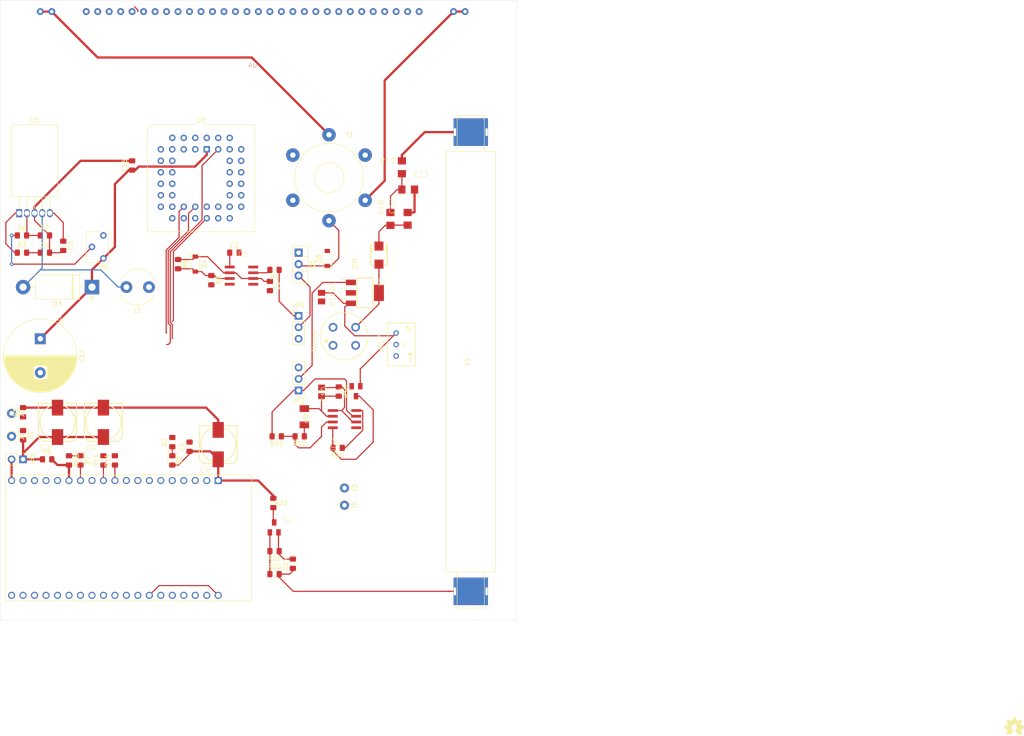
<source format=kicad_pcb>
(kicad_pcb (version 20171130) (host pcbnew "(5.1.5)-3")
  (layers (0 F.Cu signal) (31 B.Cu signal) (34 B.Paste user) (35 F.Paste user) (36 B.SilkS user) (37 F.SilkS user) (38 B.Mask user) (39 F.Mask user) (44 Edge.Cuts user))
  (net 0 "")
  (net 1 GND)
  (net 2 "Net-(U3-Pad16)")
  (net 3 "Net-(U3-Pad15)")
  (net 4 "Net-(U3-Pad14)")
  (net 5 "Net-(U3-Pad13)")
  (net 6 "Net-(U3-Pad12)")
  (net 7 +5V)
  (net 8 "Net-(U3-Pad5)")
  (net 9 "Net-(U3-Pad4)")
  (net 10 "Net-(U3-Pad3)")
  (net 11 Fil1)
  (net 12 "Net-(C10-Pad2)")
  (net 13 "Net-(C12-Pad1)")
  (net 14 "Net-(C13-Pad1)")
  (net 15 "Net-(D5-PadA)")
  (net 16 "Net-(D8-PadA)")
  (net 17 "Net-(C2-Pad1)")
  (net 18 "Net-(IC1-Pad3)")
  (net 19 "Net-(D4-Pad2)")
  (net 20 R)
  (net 21 "Net-(IC2-Pad3)")
  (net 22 "Net-(IC2-Pad7)")
  (net 23 "Net-(D6-Pad1)")
  (net 24 "Net-(R10A1-Pad2)")
  (net 25 +3V3)
  (net 26 "Net-(U2-Pad31)")
  (net 27 "Net-(U2-Pad30)")
  (net 28 "Net-(U2-Pad28)")
  (net 29 "Net-(U2-Pad27)")
  (net 30 "Net-(D7-Pad2)")
  (net 31 "Net-(JP1-Pad3)")
  (net 32 "Net-(JP2-Pad3)")
  (net 33 "Net-(U3-Pad39)")
  (net 34 "Net-(U3-Pad37)")
  (net 35 "Net-(U3-Pad35)")
  (net 36 "Net-(U3-Pad33)")
  (net 37 "Net-(U3-Pad31)")
  (net 38 "Net-(U3-Pad40)")
  (net 39 "Net-(U3-Pad38)")
  (net 40 "Net-(U3-Pad36)")
  (net 41 "Net-(U3-Pad34)")
  (net 42 "Net-(U3-Pad32)")
  (net 43 "Net-(U3-Pad30)")
  (net 44 "Net-(U3-Pad20)")
  (net 45 "Net-(U3-Pad25)")
  (net 46 "Net-(U3-Pad19)")
  (net 47 "Net-(U3-Pad17)")
  (net 48 "Net-(U3-Pad11)")
  (net 49 "Net-(U3-Pad9)")
  (net 50 "Net-(U3-Pad7)")
  (net 51 "Net-(U3-Pad10)")
  (net 52 "Net-(U3-Pad8)")
  (net 53 Vdd)
  (net 54 "Net-(C1-Pad1)")
  (net 55 "Net-(C4-Pad1)")
  (net 56 "Net-(D1-Pad1)")
  (net 57 "Net-(D2-Pad1)")
  (net 58 "Net-(D3-Pad2)")
  (net 59 "Net-(D7-Pad1)")
  (net 60 "Net-(JP1-Pad2)")
  (net 61 "Net-(JP1-Pad1)")
  (net 62 "Net-(JP2-Pad2)")
  (net 63 "Net-(JP3-Pad2)")
  (net 64 "Net-(R3-Pad1)")
  (net 65 "Net-(R5-Pad2)")
  (net 66 "Net-(R6-Pad2)")
  (net 67 "Net-(R11-Pad1)")
  (net 68 "Net-(R14-Pad1)")
  (net 69 "Net-(R20-Pad1)")
  (net 70 Fil2)
  (net 71 "Net-(J5-Pad1)")
  (net 72 HV-)
  (net 73 HV+)
  (module GeigerVFD:Tube (layer F.Cu) (at 116.84 92.71 270)
    (fp_text reference V1 (at 0 0.7 90) (layer F.SilkS))
    (fp_text value GM-Tube)
    (pad 2 thru_hole custom (at 50.8 3.505 90) (size 2 0.5) (drill oval 1.778 0.5) (layers *.Cu *.Mask) (net 72 HV-) (options (clearance outline) (anchor rect)) (primitives (gr_poly (pts (xy 3.048 3.5052) (xy -3.048 3.5052) (xy -3.048 -0.3048) (xy 3.048 -0.3048)) (width 0))))
    (pad 2 thru_hole custom (at 50.8 -3.5052 270) (size 2 0.5) (drill oval 1.778 0.5) (layers *.Cu *.Mask) (net 72 HV-) (options (clearance outline) (anchor rect)) (primitives (gr_poly (pts (xy 3.048 3.5052) (xy -3.048 3.5052) (xy -3.048 -0.3048) (xy 3.048 -0.3048)) (width 0))))
    (pad 1 thru_hole custom (at -50.8 -3.5052 270) (size 2 0.5) (drill oval 1.778 0.5) (layers *.Cu *.Mask) (net 73 HV+) (options (clearance outline) (anchor rect)) (primitives (gr_poly (pts (xy 3.048 3.5052) (xy -3.048 3.5052) (xy -3.048 -0.3048) (xy 3.048 -0.3048)) (width 0))))
    (pad 1 thru_hole custom (at -50.8 3.5052 90) (size 2 0.5) (drill oval 1.778 0.5) (layers *.Cu *.Mask) (net 73 HV+) (options (clearance outline) (anchor rect)) (primitives (gr_poly (pts (xy 3.048 3.5052) (xy -3.048 3.5052) (xy -3.048 -0.3048) (xy 3.048 -0.3048)) (width 0))))
  )
  (module GeigerVFD:MODULE_ESP32-DEVKITC-32D (layer F.Cu) (at 41.2 131.699 270)
    (fp_text reference U2 (at -10.829175 -28.446045 90) (layer F.SilkS) (effects (font (size 1.000386 1.000386) (thickness 0.015))))
    (fp_text value ESP32-DEVKITC-32D)
    (pad 38 thru_hole circle (at 12.7 25.96 270) (size 1.56 1.56) (drill 1.04) (layers *.Cu *.Mask))
    (pad 37 thru_hole circle (at 12.7 23.42 270) (size 1.56 1.56) (drill 1.04) (layers *.Cu *.Mask))
    (pad 36 thru_hole circle (at 12.7 20.88 270) (size 1.56 1.56) (drill 1.04) (layers *.Cu *.Mask))
    (pad 35 thru_hole circle (at 12.7 18.34 270) (size 1.56 1.56) (drill 1.04) (layers *.Cu *.Mask))
    (pad 34 thru_hole circle (at 12.7 15.8 270) (size 1.56 1.56) (drill 1.04) (layers *.Cu *.Mask))
    (pad 33 thru_hole circle (at 12.7 13.26 270) (size 1.56 1.56) (drill 1.04) (layers *.Cu *.Mask))
    (pad 32 thru_hole circle (at 12.7 10.72 270) (size 1.56 1.56) (drill 1.04) (layers *.Cu *.Mask))
    (pad 31 thru_hole circle (at 12.7 8.18 270) (size 1.56 1.56) (drill 1.04) (layers *.Cu *.Mask) (net 26 "Net-(U2-Pad31)"))
    (pad 30 thru_hole circle (at 12.7 5.64 270) (size 1.56 1.56) (drill 1.04) (layers *.Cu *.Mask) (net 27 "Net-(U2-Pad30)"))
    (pad 29 thru_hole circle (at 12.7 3.1 270) (size 1.56 1.56) (drill 1.04) (layers *.Cu *.Mask))
    (pad 28 thru_hole circle (at 12.7 0.56 270) (size 1.56 1.56) (drill 1.04) (layers *.Cu *.Mask) (net 28 "Net-(U2-Pad28)"))
    (pad 27 thru_hole circle (at 12.7 -1.98 270) (size 1.56 1.56) (drill 1.04) (layers *.Cu *.Mask) (net 29 "Net-(U2-Pad27)"))
    (pad 26 thru_hole circle (at 12.7 -4.52 270) (size 1.56 1.56) (drill 1.04) (layers *.Cu *.Mask) (net 1 GND))
    (pad 25 thru_hole circle (at 12.7 -7.06 270) (size 1.56 1.56) (drill 1.04) (layers *.Cu *.Mask))
    (pad 24 thru_hole circle (at 12.7 -9.6 270) (size 1.56 1.56) (drill 1.04) (layers *.Cu *.Mask))
    (pad 23 thru_hole circle (at 12.7 -12.14 270) (size 1.56 1.56) (drill 1.04) (layers *.Cu *.Mask))
    (pad 22 thru_hole circle (at 12.7 -14.68 270) (size 1.56 1.56) (drill 1.04) (layers *.Cu *.Mask))
    (pad 21 thru_hole circle (at 12.7 -17.22 270) (size 1.56 1.56) (drill 1.04) (layers *.Cu *.Mask))
    (pad 20 thru_hole circle (at 12.7 -19.76 270) (size 1.56 1.56) (drill 1.04) (layers *.Cu *.Mask) (net 1 GND))
    (pad 18 thru_hole circle (at -12.7 23.42 270) (size 1.56 1.56) (drill 1.04) (layers *.Cu *.Mask))
    (pad 17 thru_hole circle (at -12.7 20.88 270) (size 1.56 1.56) (drill 1.04) (layers *.Cu *.Mask))
    (pad 16 thru_hole circle (at -12.7 18.34 270) (size 1.56 1.56) (drill 1.04) (layers *.Cu *.Mask))
    (pad 15 thru_hole circle (at -12.7 15.8 270) (size 1.56 1.56) (drill 1.04) (layers *.Cu *.Mask))
    (pad 14 thru_hole circle (at -12.7 13.26 270) (size 1.56 1.56) (drill 1.04) (layers *.Cu *.Mask) (net 1 GND))
    (pad 13 thru_hole circle (at -12.7 10.72 270) (size 1.56 1.56) (drill 1.04) (layers *.Cu *.Mask) (net 30 "Net-(D7-Pad2)"))
    (pad 12 thru_hole circle (at -12.7 8.18 270) (size 1.56 1.56) (drill 1.04) (layers *.Cu *.Mask))
    (pad 11 thru_hole circle (at -12.7 5.64 270) (size 1.56 1.56) (drill 1.04) (layers *.Cu *.Mask) (net 67 "Net-(R11-Pad1)"))
    (pad 10 thru_hole circle (at -12.7 3.1 270) (size 1.56 1.56) (drill 1.04) (layers *.Cu *.Mask) (net 68 "Net-(R14-Pad1)"))
    (pad 9 thru_hole circle (at -12.7 0.56 270) (size 1.56 1.56) (drill 1.04) (layers *.Cu *.Mask))
    (pad 8 thru_hole circle (at -12.7 -1.98 270) (size 1.56 1.56) (drill 1.04) (layers *.Cu *.Mask))
    (pad 7 thru_hole circle (at -12.7 -4.52 270) (size 1.56 1.56) (drill 1.04) (layers *.Cu *.Mask) (net 71 "Net-(J5-Pad1)"))
    (pad 6 thru_hole circle (at -12.7 -7.06 270) (size 1.56 1.56) (drill 1.04) (layers *.Cu *.Mask))
    (pad 5 thru_hole circle (at -12.7 -9.6 270) (size 1.56 1.56) (drill 1.04) (layers *.Cu *.Mask))
    (pad 4 thru_hole circle (at -12.7 -12.14 270) (size 1.56 1.56) (drill 1.04) (layers *.Cu *.Mask))
    (pad 3 thru_hole circle (at -12.7 -14.68 270) (size 1.56 1.56) (drill 1.04) (layers *.Cu *.Mask))
    (pad 19 thru_hole circle (at -12.7 25.96 270) (size 1.56 1.56) (drill 1.04) (layers *.Cu *.Mask) (net 63 "Net-(JP3-Pad2)"))
    (pad 2 thru_hole circle (at -12.7 -17.22 270) (size 1.56 1.56) (drill 1.04) (layers *.Cu *.Mask))
    (pad 1 thru_hole rect (at -12.7 -19.76 270) (size 1.56 1.56) (drill 1.04) (layers *.Cu *.Mask) (net 25 +3V3))
  )
  (module Capacitor_SMD:C_0805_2012Metric_Pad1.15x1.40mm_HandSolder (layer F.Cu) (at 41.91 49.285 90)
    (fp_text reference C15 (at 0 -1.65 90) (layer F.SilkS))
    (fp_text value 100n)
    (pad 2 smd roundrect (at 1.025 0 90) (size 1.15 1.4) (layers F.Cu F.Paste F.Mask) (roundrect_rratio 0.217391) (net 1 GND))
    (pad 1 smd roundrect (at -1.025 0 90) (size 1.15 1.4) (layers F.Cu F.Paste F.Mask) (roundrect_rratio 0.217391) (net 53 Vdd))
  )
  (module GeigerVFD:FV651G (layer B.Cu) (at 68.58 26.67 180)
    (fp_text reference U4 (at 0 -0.5) (layer B.SilkS) (effects (justify mirror)))
    (fp_text value FV651G)
    (pad 38 thru_hole circle (at -46.99 11.43 180) (size 1.524 1.524) (drill 0.762) (layers *.Cu *.Mask) (net 70 Fil2))
    (pad 37 thru_hole circle (at -44.45 11.43 180) (size 1.524 1.524) (drill 0.762) (layers *.Cu *.Mask) (net 70 Fil2))
    (pad 34 thru_hole circle (at -36.83 11.43 180) (size 1.524 1.524) (drill 0.762) (layers *.Cu *.Mask) (net 38 "Net-(U3-Pad40)"))
    (pad 32 thru_hole circle (at -31.75 11.43 180) (size 1.524 1.524) (drill 0.762) (layers *.Cu *.Mask) (net 39 "Net-(U3-Pad38)"))
    (pad 33 thru_hole circle (at -34.29 11.43 180) (size 1.524 1.524) (drill 0.762) (layers *.Cu *.Mask) (net 33 "Net-(U3-Pad39)"))
    (pad 31 thru_hole circle (at -29.21 11.43 180) (size 1.524 1.524) (drill 0.762) (layers *.Cu *.Mask) (net 34 "Net-(U3-Pad37)"))
    (pad 30 thru_hole circle (at -26.67 11.43 180) (size 1.524 1.524) (drill 0.762) (layers *.Cu *.Mask) (net 40 "Net-(U3-Pad36)"))
    (pad 29 thru_hole circle (at -24.13 11.43 180) (size 1.524 1.524) (drill 0.762) (layers *.Cu *.Mask) (net 35 "Net-(U3-Pad35)"))
    (pad 28 thru_hole circle (at -21.59 11.43 180) (size 1.524 1.524) (drill 0.762) (layers *.Cu *.Mask) (net 41 "Net-(U3-Pad34)"))
    (pad 27 thru_hole circle (at -19.05 11.43 180) (size 1.524 1.524) (drill 0.762) (layers *.Cu *.Mask) (net 36 "Net-(U3-Pad33)"))
    (pad 26 thru_hole circle (at -16.51 11.43 180) (size 1.524 1.524) (drill 0.762) (layers *.Cu *.Mask) (net 42 "Net-(U3-Pad32)"))
    (pad 25 thru_hole circle (at -13.97 11.43 180) (size 1.524 1.524) (drill 0.762) (layers *.Cu *.Mask) (net 37 "Net-(U3-Pad31)"))
    (pad 24 thru_hole circle (at -11.43 11.43 180) (size 1.524 1.524) (drill 0.762) (layers *.Cu *.Mask) (net 43 "Net-(U3-Pad30)"))
    (pad 23 thru_hole circle (at -8.89 11.43 180) (size 1.524 1.524) (drill 0.762) (layers *.Cu *.Mask))
    (pad 22 thru_hole circle (at -6.35 11.43 180) (size 1.524 1.524) (drill 0.762) (layers *.Cu *.Mask))
    (pad 21 thru_hole circle (at -3.81 11.43 180) (size 1.524 1.524) (drill 0.762) (layers *.Cu *.Mask) (net 45 "Net-(U3-Pad25)"))
    (pad 20 thru_hole circle (at -1.27 11.43 180) (size 1.524 1.524) (drill 0.762) (layers *.Cu *.Mask) (net 44 "Net-(U3-Pad20)"))
    (pad 19 thru_hole circle (at 1.27 11.43 180) (size 1.524 1.524) (drill 0.762) (layers *.Cu *.Mask) (net 46 "Net-(U3-Pad19)"))
    (pad 18 thru_hole circle (at 3.81 11.43 180) (size 1.524 1.524) (drill 0.762) (layers *.Cu *.Mask) (net 47 "Net-(U3-Pad17)"))
    (pad 17 thru_hole circle (at 6.35 11.43 180) (size 1.524 1.524) (drill 0.762) (layers *.Cu *.Mask) (net 2 "Net-(U3-Pad16)"))
    (pad 16 thru_hole circle (at 8.89 11.43 180) (size 1.524 1.524) (drill 0.762) (layers *.Cu *.Mask) (net 3 "Net-(U3-Pad15)"))
    (pad 15 thru_hole circle (at 11.43 11.43 180) (size 1.524 1.524) (drill 0.762) (layers *.Cu *.Mask) (net 4 "Net-(U3-Pad14)"))
    (pad 14 thru_hole circle (at 13.97 11.43 180) (size 1.524 1.524) (drill 0.762) (layers *.Cu *.Mask) (net 5 "Net-(U3-Pad13)"))
    (pad 13 thru_hole circle (at 16.51 11.43 180) (size 1.524 1.524) (drill 0.762) (layers *.Cu *.Mask) (net 6 "Net-(U3-Pad12)"))
    (pad 12 thru_hole circle (at 19.05 11.43 180) (size 1.524 1.524) (drill 0.762) (layers *.Cu *.Mask) (net 48 "Net-(U3-Pad11)"))
    (pad 11 thru_hole circle (at 21.59 11.43 180) (size 1.524 1.524) (drill 0.762) (layers *.Cu *.Mask) (net 51 "Net-(U3-Pad10)"))
    (pad 10 thru_hole circle (at 24.13 11.43 180) (size 1.524 1.524) (drill 0.762) (layers *.Cu *.Mask) (net 49 "Net-(U3-Pad9)"))
    (pad 9 thru_hole circle (at 26.67 11.43 180) (size 1.524 1.524) (drill 0.762) (layers *.Cu *.Mask) (net 52 "Net-(U3-Pad8)"))
    (pad 8 thru_hole circle (at 29.21 11.43 180) (size 1.524 1.524) (drill 0.762) (layers *.Cu *.Mask) (net 50 "Net-(U3-Pad7)"))
    (pad 7 thru_hole circle (at 31.75 11.43 180) (size 1.524 1.524) (drill 0.762) (layers *.Cu *.Mask) (net 8 "Net-(U3-Pad5)"))
    (pad 6 thru_hole circle (at 34.29 11.43 180) (size 1.524 1.524) (drill 0.762) (layers *.Cu *.Mask) (net 9 "Net-(U3-Pad4)"))
    (pad 5 thru_hole circle (at 36.83 11.43 180) (size 1.524 1.524) (drill 0.762) (layers *.Cu *.Mask) (net 10 "Net-(U3-Pad3)"))
    (pad 2 thru_hole circle (at 44.45 11.43 180) (size 1.524 1.524) (drill 0.762) (layers *.Cu *.Mask) (net 11 Fil1))
    (pad 1 thru_hole circle (at 46.99 11.43 180) (size 1.524 1.524) (drill 0.762) (layers *.Cu *.Mask) (net 11 Fil1))
  )
  (module Package_LCC:PLCC-44_THT-Socket (layer F.Cu) (at 58.42 45.72)
    (fp_text reference U3 (at -1.27 -6.4) (layer F.SilkS))
    (fp_text value MAX6934)
    (pad 39 thru_hole circle (at 7.62 0) (size 1.4224 1.4224) (drill 0.8) (layers *.Cu *.Mask) (net 33 "Net-(U3-Pad39)"))
    (pad 37 thru_hole circle (at 7.62 2.54) (size 1.4224 1.4224) (drill 0.8) (layers *.Cu *.Mask) (net 34 "Net-(U3-Pad37)"))
    (pad 35 thru_hole circle (at 7.62 5.08) (size 1.4224 1.4224) (drill 0.8) (layers *.Cu *.Mask) (net 35 "Net-(U3-Pad35)"))
    (pad 33 thru_hole circle (at 7.62 7.62) (size 1.4224 1.4224) (drill 0.8) (layers *.Cu *.Mask) (net 36 "Net-(U3-Pad33)"))
    (pad 31 thru_hole circle (at 7.62 10.16) (size 1.4224 1.4224) (drill 0.8) (layers *.Cu *.Mask) (net 37 "Net-(U3-Pad31)"))
    (pad 40 thru_hole circle (at 5.08 -2.54) (size 1.4224 1.4224) (drill 0.8) (layers *.Cu *.Mask) (net 38 "Net-(U3-Pad40)"))
    (pad 38 thru_hole circle (at 5.08 2.54) (size 1.4224 1.4224) (drill 0.8) (layers *.Cu *.Mask) (net 39 "Net-(U3-Pad38)"))
    (pad 36 thru_hole circle (at 5.08 5.08) (size 1.4224 1.4224) (drill 0.8) (layers *.Cu *.Mask) (net 40 "Net-(U3-Pad36)"))
    (pad 34 thru_hole circle (at 5.08 7.62) (size 1.4224 1.4224) (drill 0.8) (layers *.Cu *.Mask) (net 41 "Net-(U3-Pad34)"))
    (pad 32 thru_hole circle (at 5.08 10.16) (size 1.4224 1.4224) (drill 0.8) (layers *.Cu *.Mask) (net 42 "Net-(U3-Pad32)"))
    (pad 30 thru_hole circle (at 5.08 12.7) (size 1.4224 1.4224) (drill 0.8) (layers *.Cu *.Mask) (net 43 "Net-(U3-Pad30)"))
    (pad 28 thru_hole circle (at 5.08 15.24) (size 1.4224 1.4224) (drill 0.8) (layers *.Cu *.Mask))
    (pad 26 thru_hole circle (at 2.54 15.24) (size 1.4224 1.4224) (drill 0.8) (layers *.Cu *.Mask))
    (pad 24 thru_hole circle (at 0 15.24) (size 1.4224 1.4224) (drill 0.8) (layers *.Cu *.Mask) (net 27 "Net-(U2-Pad30)"))
    (pad 22 thru_hole circle (at -2.54 15.24) (size 1.4224 1.4224) (drill 0.8) (layers *.Cu *.Mask) (net 1 GND))
    (pad 20 thru_hole circle (at -5.08 15.24) (size 1.4224 1.4224) (drill 0.8) (layers *.Cu *.Mask) (net 44 "Net-(U3-Pad20)"))
    (pad 18 thru_hole circle (at -7.62 15.24) (size 1.4224 1.4224) (drill 0.8) (layers *.Cu *.Mask) (net 1 GND))
    (pad 29 thru_hole circle (at 7.62 12.7) (size 1.4224 1.4224) (drill 0.8) (layers *.Cu *.Mask))
    (pad 27 thru_hole circle (at 2.54 12.7) (size 1.4224 1.4224) (drill 0.8) (layers *.Cu *.Mask))
    (pad 25 thru_hole circle (at 0 12.7) (size 1.4224 1.4224) (drill 0.8) (layers *.Cu *.Mask) (net 45 "Net-(U3-Pad25)"))
    (pad 23 thru_hole circle (at -2.54 12.7) (size 1.4224 1.4224) (drill 0.8) (layers *.Cu *.Mask) (net 28 "Net-(U2-Pad28)"))
    (pad 21 thru_hole circle (at -5.08 12.7) (size 1.4224 1.4224) (drill 0.8) (layers *.Cu *.Mask) (net 26 "Net-(U2-Pad31)"))
    (pad 19 thru_hole circle (at -7.62 12.7) (size 1.4224 1.4224) (drill 0.8) (layers *.Cu *.Mask) (net 46 "Net-(U3-Pad19)"))
    (pad 17 thru_hole circle (at -10.16 12.7) (size 1.4224 1.4224) (drill 0.8) (layers *.Cu *.Mask) (net 47 "Net-(U3-Pad17)"))
    (pad 15 thru_hole circle (at -10.16 10.16) (size 1.4224 1.4224) (drill 0.8) (layers *.Cu *.Mask) (net 3 "Net-(U3-Pad15)"))
    (pad 13 thru_hole circle (at -10.16 7.62) (size 1.4224 1.4224) (drill 0.8) (layers *.Cu *.Mask) (net 5 "Net-(U3-Pad13)"))
    (pad 11 thru_hole circle (at -10.16 5.08) (size 1.4224 1.4224) (drill 0.8) (layers *.Cu *.Mask) (net 48 "Net-(U3-Pad11)"))
    (pad 9 thru_hole circle (at -10.16 2.54) (size 1.4224 1.4224) (drill 0.8) (layers *.Cu *.Mask) (net 49 "Net-(U3-Pad9)"))
    (pad 7 thru_hole circle (at -10.16 0) (size 1.4224 1.4224) (drill 0.8) (layers *.Cu *.Mask) (net 50 "Net-(U3-Pad7)"))
    (pad 16 thru_hole circle (at -7.62 10.16) (size 1.4224 1.4224) (drill 0.8) (layers *.Cu *.Mask) (net 2 "Net-(U3-Pad16)"))
    (pad 14 thru_hole circle (at -7.62 7.62) (size 1.4224 1.4224) (drill 0.8) (layers *.Cu *.Mask) (net 4 "Net-(U3-Pad14)"))
    (pad 12 thru_hole circle (at -7.62 5.08) (size 1.4224 1.4224) (drill 0.8) (layers *.Cu *.Mask) (net 6 "Net-(U3-Pad12)"))
    (pad 10 thru_hole circle (at -7.62 2.54) (size 1.4224 1.4224) (drill 0.8) (layers *.Cu *.Mask) (net 51 "Net-(U3-Pad10)"))
    (pad 8 thru_hole circle (at -7.62 0) (size 1.4224 1.4224) (drill 0.8) (layers *.Cu *.Mask) (net 52 "Net-(U3-Pad8)"))
    (pad 42 thru_hole circle (at 2.54 -2.54) (size 1.4224 1.4224) (drill 0.8) (layers *.Cu *.Mask))
    (pad 44 thru_hole circle (at 0 -2.54) (size 1.4224 1.4224) (drill 0.8) (layers *.Cu *.Mask) (net 7 +5V))
    (pad 6 thru_hole circle (at -7.62 -2.54) (size 1.4224 1.4224) (drill 0.8) (layers *.Cu *.Mask))
    (pad 4 thru_hole circle (at -5.08 -2.54) (size 1.4224 1.4224) (drill 0.8) (layers *.Cu *.Mask) (net 9 "Net-(U3-Pad4)"))
    (pad 2 thru_hole circle (at -2.54 -2.54) (size 1.4224 1.4224) (drill 0.8) (layers *.Cu *.Mask))
    (pad 41 thru_hole circle (at 5.08 0) (size 1.4224 1.4224) (drill 0.8) (layers *.Cu *.Mask))
    (pad 43 thru_hole circle (at 2.54 0) (size 1.4224 1.4224) (drill 0.8) (layers *.Cu *.Mask) (net 29 "Net-(U2-Pad27)"))
    (pad 5 thru_hole circle (at -5.08 0) (size 1.4224 1.4224) (drill 0.8) (layers *.Cu *.Mask) (net 8 "Net-(U3-Pad5)"))
    (pad 3 thru_hole circle (at -2.54 0) (size 1.4224 1.4224) (drill 0.8) (layers *.Cu *.Mask) (net 10 "Net-(U3-Pad3)"))
    (pad 1 thru_hole rect (at 0 0) (size 1.4224 1.4224) (drill 0.8) (layers *.Cu *.Mask) (net 53 Vdd))
  )
  (module Package_TO_SOT_THT:TO-220-5_Horizontal_TabDown (layer F.Cu) (at 16.92 59.84)
    (fp_text reference U1 (at 3.4 -20.58) (layer F.SilkS))
    (fp_text value LM2577)
    (pad 5 thru_hole oval (at 6.8 0) (size 1.275 1.8) (drill 1.1) (layers *.Cu *.Mask) (net 7 +5V))
    (pad 4 thru_hole oval (at 5.1 0) (size 1.275 1.8) (drill 1.1) (layers *.Cu *.Mask) (net 58 "Net-(D3-Pad2)"))
    (pad 3 thru_hole oval (at 3.4 0) (size 1.275 1.8) (drill 1.1) (layers *.Cu *.Mask) (net 1 GND))
    (pad 2 thru_hole oval (at 1.7 0) (size 1.275 1.8) (drill 1.1) (layers *.Cu *.Mask) (net 66 "Net-(R6-Pad2)"))
    (pad 1 thru_hole rect (at 0 0) (size 1.275 1.8) (drill 1.1) (layers *.Cu *.Mask) (net 64 "Net-(R3-Pad1)"))
    (pad "" np_thru_hole oval (at 3.4 -16.66) (size 3.5 3.5) (drill 3.5) (layers *.Cu *.Mask))
  )
  (module PiGI-V1.1:SOT23 (layer F.Cu) (at 73.34 129.37)
    (fp_text reference T4 (at 1.695 -0.795) (layer F.SilkS) (effects (font (size 1.2065 1.2065) (thickness 0.09652)) (justify left bottom)))
    (fp_text value 2N4401)
    (pad 1 smd rect (at -0.95 1.1) (size 1 1.4) (layers F.Cu F.Paste F.Mask) (net 69 "Net-(R20-Pad1)"))
    (pad 2 smd rect (at 0.95 1.1) (size 1 1.4) (layers F.Cu F.Paste F.Mask) (net 1 GND))
    (pad 3 smd rect (at 0 -1.1) (size 1 1.4) (layers F.Cu F.Paste F.Mask) (net 71 "Net-(J5-Pad1)"))
  )
  (module PiGI-V1.1:SOT223 (layer F.Cu) (at 93.421 77.47 270)
    (fp_text reference T3 (at -3.44 -4.4992 270) (layer F.SilkS) (effects (font (size 1.2065 1.2065) (thickness 0.09652)) (justify right bottom)))
    (fp_text value STN0214)
    (fp_text user 2 (at -1.2906 4.3274 90) (layer F.SilkS) (effects (font (size 0.77216 0.77216) (thickness 0.097536)) (justify right bottom)))
    (fp_text user 1 (at -3.4526 4.318 90) (layer F.SilkS) (effects (font (size 0.77216 0.77216) (thickness 0.097536)) (justify right bottom)))
    (fp_text user 4 (at 1.905 -2.54 90) (layer F.SilkS) (effects (font (size 0.77216 0.77216) (thickness 0.097536)) (justify right bottom)))
    (fp_text user 3 (at 1.0208 4.318 90) (layer F.SilkS) (effects (font (size 0.77216 0.77216) (thickness 0.097536)) (justify right bottom)))
    (pad 4 smd rect (at 0 -3.099 270) (size 3.6 2.2) (layers F.Cu F.Paste F.Mask) (net 16 "Net-(D8-PadA)"))
    (pad 3 smd rect (at 2.3114 3.0988 270) (size 1.2192 2.2352) (layers F.Cu F.Paste F.Mask) (net 24 "Net-(R10A1-Pad2)"))
    (pad 2 smd rect (at 0 3.0988 270) (size 1.2192 2.2352) (layers F.Cu F.Paste F.Mask))
    (pad 1 smd rect (at -2.3114 3.0988 270) (size 1.2192 2.2352) (layers F.Cu F.Paste F.Mask) (net 62 "Net-(JP2-Pad2)"))
  )
  (module PiGI-V1.1:SOT23 (layer F.Cu) (at 91.44 99.23 180)
    (fp_text reference T2 (at 1.695 -0.795) (layer F.SilkS) (effects (font (size 1.2065 1.2065) (thickness 0.09652)) (justify right bottom)))
    (fp_text value 2N4401)
    (pad 1 smd rect (at -0.95 1.1 180) (size 1 1.4) (layers F.Cu F.Paste F.Mask) (net 24 "Net-(R10A1-Pad2)"))
    (pad 2 smd rect (at 0.95 1.1 180) (size 1 1.4) (layers F.Cu F.Paste F.Mask) (net 1 GND))
    (pad 3 smd rect (at 0 -1.1 180) (size 1 1.4) (layers F.Cu F.Paste F.Mask) (net 20 R))
  )
  (module Transformer_THT:Transformer_Toroid_Tapped_Horizontal_D14.0mm_Amidon-T50 (layer F.Cu) (at 77.47 56.99)
    (fp_text reference T1 (at 12.6 -14.5) (layer F.SilkS))
    (fp_text value Transformer_1P_SS)
    (pad 2 thru_hole circle (at 8 4.5) (size 3 3) (drill 1.2) (layers *.Cu *.Mask) (net 23 "Net-(D6-Pad1)"))
    (pad 5 thru_hole circle (at 8 -14.5) (size 3 3) (drill 1.2) (layers *.Cu *.Mask) (net 11 Fil1))
    (pad 6 thru_hole circle (at 16 -10) (size 3 3) (drill 1.2) (layers *.Cu *.Mask))
    (pad 4 thru_hole circle (at 0 -10) (size 3 3) (drill 1.2) (layers *.Cu *.Mask) (net 7 +5V))
    (pad 3 thru_hole circle (at 16 0) (size 3 3) (drill 1.2) (layers *.Cu *.Mask) (net 70 Fil2))
    (pad 1 thru_hole circle (at 0 0) (size 3 3) (drill 1.2) (layers *.Cu *.Mask) (net 7 +5V))
  )
  (module PiGI-V1.1:M0805 (layer F.Cu) (at 83.82 78.42 90)
    (fp_text reference R10A1 (at -2.226 3.074 90) (layer F.SilkS) (effects (font (size 1.2065 1.2065) (thickness 0.09652)) (justify left bottom)))
    (fp_text value 30R)
    (pad 2 smd rect (at 0.95 0 90) (size 1.3 1.6) (layers F.Cu F.Paste F.Mask) (net 24 "Net-(R10A1-Pad2)"))
    (pad 1 smd rect (at -0.95 0 90) (size 1.3 1.6) (layers F.Cu F.Paste F.Mask) (net 1 GND))
  )
  (module Resistor_SMD:R_0805_2012Metric_Pad1.15x1.40mm_HandSolder (layer F.Cu) (at 73.152 123.961 270)
    (fp_text reference R22 (at 0 -1.65) (layer F.SilkS))
    (fp_text value 27k)
    (pad 2 smd roundrect (at 1.025 0 270) (size 1.15 1.4) (layers F.Cu F.Paste F.Mask) (roundrect_rratio 0.217391) (net 71 "Net-(J5-Pad1)"))
    (pad 1 smd roundrect (at -1.025 0 270) (size 1.15 1.4) (layers F.Cu F.Paste F.Mask) (roundrect_rratio 0.217391) (net 25 +3V3))
  )
  (module Resistor_SMD:R_0805_2012Metric_Pad1.15x1.40mm_HandSolder (layer F.Cu) (at 73.415 134.62 180)
    (fp_text reference R21 (at 0 -1.65) (layer F.SilkS))
    (fp_text value 100k)
    (pad 2 smd roundrect (at 1.025 0 180) (size 1.15 1.4) (layers F.Cu F.Paste F.Mask) (roundrect_rratio 0.217391) (net 69 "Net-(R20-Pad1)"))
    (pad 1 smd roundrect (at -1.025 0 180) (size 1.15 1.4) (layers F.Cu F.Paste F.Mask) (roundrect_rratio 0.217391) (net 1 GND))
  )
  (module Resistor_SMD:R_0805_2012Metric_Pad1.15x1.40mm_HandSolder (layer F.Cu) (at 73.415 139.7)
    (fp_text reference R20 (at 0 -1.65) (layer F.SilkS))
    (fp_text value 1.5k)
    (pad 2 smd roundrect (at 1.025 0) (size 1.15 1.4) (layers F.Cu F.Paste F.Mask) (roundrect_rratio 0.217391) (net 72 HV-))
    (pad 1 smd roundrect (at -1.025 0) (size 1.15 1.4) (layers F.Cu F.Paste F.Mask) (roundrect_rratio 0.217391) (net 69 "Net-(R20-Pad1)"))
  )
  (module PiGI-V1.1:R1206 (layer F.Cu) (at 101.6 49.682 90)
    (fp_text reference R19 (at 0.679 -1.381) (layer F.SilkS) (effects (font (size 1.2065 1.2065) (thickness 0.09652)) (justify right bottom)))
    (fp_text value 4.7M)
    (pad 1 smd rect (at -1.422 0 90) (size 1.6 1.803) (layers F.Cu F.Paste F.Mask) (net 14 "Net-(C13-Pad1)"))
    (pad 2 smd rect (at 1.422 0 90) (size 1.6 1.803) (layers F.Cu F.Paste F.Mask) (net 73 HV+))
  )
  (module PiGI-V1.1:R1206 (layer F.Cu) (at 99.06 61.112 90)
    (fp_text reference R18 (at 0.679 -1.381 270) (layer F.SilkS) (effects (font (size 1.2065 1.2065) (thickness 0.09652)) (justify left bottom)))
    (fp_text value 1M)
    (pad 1 smd rect (at -1.422 0 90) (size 1.6 1.803) (layers F.Cu F.Paste F.Mask) (net 13 "Net-(C12-Pad1)"))
    (pad 2 smd rect (at 1.422 0 90) (size 1.6 1.803) (layers F.Cu F.Paste F.Mask) (net 14 "Net-(C13-Pad1)"))
  )
  (module PiGI-V1.1:RJ9W (layer F.Cu) (at 101.473 88.9 90)
    (fp_text reference R17 (at -1.402 -3.767 90) (layer F.SilkS) (effects (font (size 1.2065 1.2065) (thickness 0.12065)) (justify left bottom)))
    (fp_text value 100)
    (fp_text user 2 (at -0.5 0.905 90) (layer F.SilkS) (effects (font (size 1.2065 1.2065) (thickness 0.127)) (justify left bottom)))
    (pad S thru_hole circle (at 0 -1.143 180) (size 1.208 1.208) (drill 0.7) (layers *.Cu *.Mask) (net 1 GND))
    (pad A thru_hole circle (at 2.54 -1.143 180) (size 1.208 1.208) (drill 0.7) (layers *.Cu *.Mask) (net 24 "Net-(R10A1-Pad2)"))
    (pad E thru_hole circle (at -2.54 -1.143 180) (size 1.208 1.208) (drill 0.7) (layers *.Cu *.Mask) (net 1 GND))
  )
  (module Resistor_SMD:R_0805_2012Metric_Pad1.15x1.40mm_HandSolder (layer F.Cu) (at 87.385 111.76 180)
    (fp_text reference R16 (at 0 -1.65) (layer F.SilkS))
    (fp_text value 100k)
    (pad 2 smd roundrect (at 1.025 0 180) (size 1.15 1.4) (layers F.Cu F.Paste F.Mask) (roundrect_rratio 0.217391) (net 20 R))
    (pad 1 smd roundrect (at -1.025 0 180) (size 1.15 1.4) (layers F.Cu F.Paste F.Mask) (roundrect_rratio 0.217391) (net 7 +5V))
  )
  (module Resistor_SMD:R_0805_2012Metric_Pad1.15x1.40mm_HandSolder (layer F.Cu) (at 27.94 114.545 270)
    (fp_text reference R15 (at 0 -1.65 90) (layer F.SilkS))
    (fp_text value 1k)
    (pad 2 smd roundrect (at 1.025 0 270) (size 1.15 1.4) (layers F.Cu F.Paste F.Mask) (roundrect_rratio 0.217391) (net 1 GND))
    (pad 1 smd roundrect (at -1.025 0 270) (size 1.15 1.4) (layers F.Cu F.Paste F.Mask) (roundrect_rratio 0.217391) (net 59 "Net-(D7-Pad1)"))
  )
  (module Resistor_SMD:R_0805_2012Metric_Pad1.15x1.40mm_HandSolder (layer F.Cu) (at 38.1 114.545 90)
    (fp_text reference R14 (at 0 -1.65 90) (layer F.SilkS))
    (fp_text value 680)
    (pad 2 smd roundrect (at 1.025 0 90) (size 1.15 1.4) (layers F.Cu F.Paste F.Mask) (roundrect_rratio 0.217391) (net 32 "Net-(JP2-Pad3)"))
    (pad 1 smd roundrect (at -1.025 0 90) (size 1.15 1.4) (layers F.Cu F.Paste F.Mask) (roundrect_rratio 0.217391) (net 68 "Net-(R14-Pad1)"))
  )
  (module Resistor_SMD:R_0805_2012Metric_Pad1.15x1.40mm_HandSolder (layer F.Cu) (at 73.905 109.22 180)
    (fp_text reference R13 (at 0 -1.65) (layer F.SilkS))
    (fp_text value 1k)
    (pad 2 smd roundrect (at 1.025 0 180) (size 1.15 1.4) (layers F.Cu F.Paste F.Mask) (roundrect_rratio 0.217391) (net 22 "Net-(IC2-Pad7)"))
    (pad 1 smd roundrect (at -1.025 0 180) (size 1.15 1.4) (layers F.Cu F.Paste F.Mask) (roundrect_rratio 0.217391) (net 21 "Net-(IC2-Pad3)"))
  )
  (module Resistor_SMD:R_0805_2012Metric_Pad1.15x1.40mm_HandSolder (layer F.Cu) (at 78.985 109.22 180)
    (fp_text reference R12 (at 0 -1.65) (layer F.SilkS))
    (fp_text value 330)
    (pad 2 smd roundrect (at 1.025 0 180) (size 1.15 1.4) (layers F.Cu F.Paste F.Mask) (roundrect_rratio 0.217391) (net 21 "Net-(IC2-Pad3)"))
    (pad 1 smd roundrect (at -1.025 0 180) (size 1.15 1.4) (layers F.Cu F.Paste F.Mask) (roundrect_rratio 0.217391) (net 15 "Net-(D5-PadA)"))
  )
  (module Resistor_SMD:R_0805_2012Metric_Pad1.15x1.40mm_HandSolder (layer F.Cu) (at 35.56 114.545 90)
    (fp_text reference R11 (at 0 -1.65 90) (layer F.SilkS))
    (fp_text value 680)
    (pad 2 smd roundrect (at 1.025 0 90) (size 1.15 1.4) (layers F.Cu F.Paste F.Mask) (roundrect_rratio 0.217391) (net 31 "Net-(JP1-Pad3)"))
    (pad 1 smd roundrect (at -1.025 0 90) (size 1.15 1.4) (layers F.Cu F.Paste F.Mask) (roundrect_rratio 0.217391) (net 67 "Net-(R11-Pad1)"))
  )
  (module Resistor_SMD:R_0805_2012Metric_Pad1.15x1.40mm_HandSolder (layer F.Cu) (at 87.63 99.305 270)
    (fp_text reference R10 (at 0 -1.65 90) (layer F.SilkS))
    (fp_text value 220k)
    (pad 2 smd roundrect (at 1.025 0 270) (size 1.15 1.4) (layers F.Cu F.Paste F.Mask) (roundrect_rratio 0.217391) (net 12 "Net-(C10-Pad2)"))
    (pad 1 smd roundrect (at -1.025 0 270) (size 1.15 1.4) (layers F.Cu F.Paste F.Mask) (roundrect_rratio 0.217391) (net 1 GND))
  )
  (module Resistor_SMD:R_0805_2012Metric_Pad1.15x1.40mm_HandSolder (layer F.Cu) (at 59.436 74.667 270)
    (fp_text reference R9 (at 0 -1.65 90) (layer F.SilkS))
    (fp_text value 1k)
    (pad 2 smd roundrect (at 1.025 0 270) (size 1.15 1.4) (layers F.Cu F.Paste F.Mask) (roundrect_rratio 0.217391) (net 7 +5V))
    (pad 1 smd roundrect (at -1.025 0 270) (size 1.15 1.4) (layers F.Cu F.Paste F.Mask) (roundrect_rratio 0.217391) (net 19 "Net-(D4-Pad2)"))
  )
  (module Resistor_SMD:R_0805_2012Metric_Pad1.15x1.40mm_HandSolder (layer F.Cu) (at 52.07 71.12 270)
    (fp_text reference R8 (at 0 -1.65 90) (layer F.SilkS))
    (fp_text value 1k)
    (pad 2 smd roundrect (at 1.025 0 270) (size 1.15 1.4) (layers F.Cu F.Paste F.Mask) (roundrect_rratio 0.217391) (net 19 "Net-(D4-Pad2)"))
    (pad 1 smd roundrect (at -1.025 0 270) (size 1.15 1.4) (layers F.Cu F.Paste F.Mask) (roundrect_rratio 0.217391) (net 54 "Net-(C1-Pad1)"))
  )
  (module Resistor_SMD:R_0805_2012Metric_Pad1.15x1.40mm_HandSolder (layer F.Cu) (at 22.615 64.77)
    (fp_text reference R7 (at 0 -1.65) (layer F.SilkS))
    (fp_text value 2.2k)
    (pad 2 smd roundrect (at 1.025 0) (size 1.15 1.4) (layers F.Cu F.Paste F.Mask) (roundrect_rratio 0.217391) (net 1 GND))
    (pad 1 smd roundrect (at -1.025 0) (size 1.15 1.4) (layers F.Cu F.Paste F.Mask) (roundrect_rratio 0.217391) (net 66 "Net-(R6-Pad2)"))
  )
  (module Resistor_SMD:R_0805_2012Metric_Pad1.15x1.40mm_HandSolder (layer F.Cu) (at 17.535 64.77)
    (fp_text reference R6 (at 0 -1.65) (layer F.SilkS))
    (fp_text value 1k)
    (pad 2 smd roundrect (at 1.025 0) (size 1.15 1.4) (layers F.Cu F.Paste F.Mask) (roundrect_rratio 0.217391) (net 66 "Net-(R6-Pad2)"))
    (pad 1 smd roundrect (at -1.025 0) (size 1.15 1.4) (layers F.Cu F.Paste F.Mask) (roundrect_rratio 0.217391) (net 65 "Net-(R5-Pad2)"))
  )
  (module Potentiometer_THT:Potentiometer_Vishay_T73XX_Horizontal (layer F.Cu) (at 35.56 69.85 180)
    (fp_text reference R5 (at 0 -2.01) (layer F.SilkS))
    (fp_text value 100k)
    (pad 1 thru_hole circle (at 0 0 180) (size 1.44 1.44) (drill 0.8) (layers *.Cu *.Mask) (net 53 Vdd))
    (pad 2 thru_hole circle (at 2.54 2.54 180) (size 1.44 1.44) (drill 0.8) (layers *.Cu *.Mask) (net 65 "Net-(R5-Pad2)"))
    (pad 3 thru_hole circle (at 0 5.08 180) (size 1.44 1.44) (drill 0.8) (layers *.Cu *.Mask))
  )
  (module Resistor_SMD:R_0805_2012Metric_Pad1.15x1.40mm_HandSolder (layer F.Cu) (at 73.415 72.39 180)
    (fp_text reference R4 (at 0 -1.65) (layer F.SilkS))
    (fp_text value 1k)
    (pad 2 smd roundrect (at 1.025 0 180) (size 1.15 1.4) (layers F.Cu F.Paste F.Mask) (roundrect_rratio 0.217391) (net 18 "Net-(IC1-Pad3)"))
    (pad 1 smd roundrect (at -1.025 0 180) (size 1.15 1.4) (layers F.Cu F.Paste F.Mask) (roundrect_rratio 0.217391) (net 61 "Net-(JP1-Pad1)"))
  )
  (module Resistor_SMD:R_0805_2012Metric_Pad1.15x1.40mm_HandSolder (layer F.Cu) (at 17.535 68.58)
    (fp_text reference R3 (at 0 -1.65) (layer F.SilkS))
    (fp_text value 2.2k)
    (pad 2 smd roundrect (at 1.025 0) (size 1.15 1.4) (layers F.Cu F.Paste F.Mask) (roundrect_rratio 0.217391) (net 55 "Net-(C4-Pad1)"))
    (pad 1 smd roundrect (at -1.025 0) (size 1.15 1.4) (layers F.Cu F.Paste F.Mask) (roundrect_rratio 0.217391) (net 64 "Net-(R3-Pad1)"))
  )
  (module Resistor_SMD:R_0805_2012Metric_Pad1.15x1.40mm_HandSolder (layer F.Cu) (at 50.8 110.49 90)
    (fp_text reference R2 (at 0 -1.65 90) (layer F.SilkS))
    (fp_text value 1k)
    (pad 2 smd roundrect (at 1.025 0 90) (size 1.15 1.4) (layers F.Cu F.Paste F.Mask) (roundrect_rratio 0.217391) (net 1 GND))
    (pad 1 smd roundrect (at -1.025 0 90) (size 1.15 1.4) (layers F.Cu F.Paste F.Mask) (roundrect_rratio 0.217391) (net 57 "Net-(D2-Pad1)"))
  )
  (module Resistor_SMD:R_0805_2012Metric_Pad1.15x1.40mm_HandSolder (layer F.Cu) (at 17.78 103.895 90)
    (fp_text reference R1 (at 0 -1.65 90) (layer F.SilkS))
    (fp_text value 1k)
    (pad 2 smd roundrect (at 1.025 0 90) (size 1.15 1.4) (layers F.Cu F.Paste F.Mask) (roundrect_rratio 0.217391) (net 1 GND))
    (pad 1 smd roundrect (at -1.025 0 90) (size 1.15 1.4) (layers F.Cu F.Paste F.Mask) (roundrect_rratio 0.217391) (net 56 "Net-(D1-Pad1)"))
  )
  (module Package_TO_SOT_THT:TO-126-3_Vertical (layer F.Cu) (at 78.74 68.58 270)
    (fp_text reference Q1 (at 2.54 -3.12 90) (layer F.SilkS))
    (fp_text value BD137)
    (pad 3 thru_hole oval (at 5.08 0 270) (size 1.8 1.8) (drill 1) (layers *.Cu *.Mask) (net 60 "Net-(JP1-Pad2)"))
    (pad 2 thru_hole oval (at 2.54 0 270) (size 1.8 1.8) (drill 1) (layers *.Cu *.Mask) (net 23 "Net-(D6-Pad1)"))
    (pad 1 thru_hole rect (at 0 0 270) (size 1.8 1.8) (drill 1) (layers *.Cu *.Mask) (net 1 GND))
  )
  (module PiGI-V1.1:OSHW_FILLX150_NOTEXT (layer F.Cu) (at 234.95 175.26)
    (fp_text reference LOGO1 hide)
    (fp_text value OSHW_LOGO_FILLX0150-NT hide)
  )
  (module PiGI-V1.1:1200LRS (layer F.Cu) (at 88.86 87.09 90)
    (fp_text reference L2 hide)
    (fp_text value 15mH)
    (fp_text user >Name (at -5 -6 90) (layer F.SilkS) (effects (font (size 1.2065 1.2065) (thickness 0.1016)) (justify left bottom)))
    (pad P2 thru_hole circle (at -2 2.5 90) (size 1.9304 1.9304) (drill 1.2) (layers *.Cu *.Mask))
    (pad P3 thru_hole circle (at 2 2.5 90) (size 1.9304 1.9304) (drill 1.2) (layers *.Cu *.Mask) (net 16 "Net-(D8-PadA)"))
    (pad P4 thru_hole circle (at 2 -2.5 90) (size 1.9304 1.9304) (drill 1.2) (layers *.Cu *.Mask) (net 1 GND))
    (pad P1 thru_hole circle (at -2 -2.5 90) (size 1.9304 1.9304) (drill 1.2) (layers *.Cu *.Mask) (net 7 +5V))
  )
  (module Inductor_THT:L_Radial_D7.8mm_P5.00mm_Fastron_07HCP (layer F.Cu) (at 45.64 76.2 180)
    (fp_text reference L1 (at 2.5 -5.15) (layer F.SilkS))
    (fp_text value 100µ)
    (pad 2 thru_hole circle (at 5 0 180) (size 2.6 2.6) (drill 1.3) (layers *.Cu *.Mask) (net 58 "Net-(D3-Pad2)"))
    (pad 1 thru_hole circle (at 0 0 180) (size 2.6 2.6) (drill 1.3) (layers *.Cu *.Mask) (net 7 +5V))
  )
  (module Connector_PinHeader_2.54mm:PinHeader_1x02_P2.54mm_Vertical (layer F.Cu) (at 17.78 114.3 270)
    (fp_text reference JP3 (at 0 -2.33 90) (layer F.SilkS))
    (fp_text value Jumper)
    (pad 2 thru_hole oval (at 0 2.54 270) (size 1.7 1.7) (drill 1) (layers *.Cu *.Mask) (net 63 "Net-(JP3-Pad2)"))
    (pad 1 thru_hole rect (at 0 0 270) (size 1.7 1.7) (drill 1) (layers *.Cu *.Mask) (net 7 +5V))
  )
  (module Connector_PinHeader_2.54mm:PinHeader_1x03_P2.54mm_Vertical (layer F.Cu) (at 78.74 99.06 180)
    (fp_text reference JP2 (at 0 -2.33) (layer F.SilkS))
    (fp_text value Jumper3)
    (pad 3 thru_hole oval (at 0 5.08 180) (size 1.7 1.7) (drill 1) (layers *.Cu *.Mask) (net 32 "Net-(JP2-Pad3)"))
    (pad 2 thru_hole oval (at 0 2.54 180) (size 1.7 1.7) (drill 1) (layers *.Cu *.Mask) (net 62 "Net-(JP2-Pad2)"))
    (pad 1 thru_hole rect (at 0 0 180) (size 1.7 1.7) (drill 1) (layers *.Cu *.Mask) (net 22 "Net-(IC2-Pad7)"))
  )
  (module Connector_PinHeader_2.54mm:PinHeader_1x03_P2.54mm_Vertical (layer F.Cu) (at 78.74 82.55)
    (fp_text reference JP1 (at 0 -2.33 180) (layer F.SilkS))
    (fp_text value Jumper3)
    (pad 3 thru_hole oval (at 0 5.08) (size 1.7 1.7) (drill 1) (layers *.Cu *.Mask) (net 31 "Net-(JP1-Pad3)"))
    (pad 2 thru_hole oval (at 0 2.54) (size 1.7 1.7) (drill 1) (layers *.Cu *.Mask) (net 60 "Net-(JP1-Pad2)"))
    (pad 1 thru_hole rect (at 0 0) (size 1.7 1.7) (drill 1) (layers *.Cu *.Mask) (net 61 "Net-(JP1-Pad1)"))
  )
  (module Connector_Pin:Pin_D1.0mm_L10.0mm (layer F.Cu) (at 88.9 124.46 90)
    (fp_text reference J5 (at 0 2.25 90) (layer F.SilkS))
    (fp_text value Pulse)
    (pad 1 thru_hole circle (at 0 0 90) (size 2 2) (drill 1) (layers *.Cu *.Mask) (net 71 "Net-(J5-Pad1)"))
  )
  (module Connector_Pin:Pin_D1.0mm_L10.0mm (layer F.Cu) (at 15.24 104.14 90)
    (fp_text reference J3 (at 0 2.25 90) (layer F.SilkS))
    (fp_text value GND)
    (pad 1 thru_hole circle (at 0 0 90) (size 2 2) (drill 1) (layers *.Cu *.Mask) (net 1 GND))
  )
  (module Connector_Pin:Pin_D1.0mm_L10.0mm (layer F.Cu) (at 88.9 120.65 90)
    (fp_text reference J2 (at 0 2.25 90) (layer F.SilkS))
    (fp_text value 3.3V)
    (pad 1 thru_hole circle (at 0 0 90) (size 2 2) (drill 1) (layers *.Cu *.Mask) (net 25 +3V3))
  )
  (module Connector_Pin:Pin_D1.0mm_L10.0mm (layer F.Cu) (at 15.24 109.22 90)
    (fp_text reference J1 (at 0 2.25 90) (layer F.SilkS))
    (fp_text value 5V)
    (pad 1 thru_hole circle (at 0 0 90) (size 2 2) (drill 1) (layers *.Cu *.Mask) (net 7 +5V))
  )
  (module PiGI-V1.1:SO08 (layer F.Cu) (at 88.9 105.41 270)
    (fp_text reference IC2 (at 4.093 1.625 90) (layer F.SilkS) (effects (font (size 1.2065 1.2065) (thickness 0.09652)) (justify right bottom)))
    (fp_text value TLC555)
    (pad 5 smd rect (at 1.905 -2.6 270) (size 0.6 2.2) (layers F.Cu F.Paste F.Mask))
    (pad 6 smd rect (at 0.635 -2.6 270) (size 0.6 2.2) (layers F.Cu F.Paste F.Mask) (net 1 GND))
    (pad 8 smd rect (at -1.905 -2.6 270) (size 0.6 2.2) (layers F.Cu F.Paste F.Mask) (net 7 +5V))
    (pad 4 smd rect (at 1.905 2.6 270) (size 0.6 2.2) (layers F.Cu F.Paste F.Mask) (net 20 R))
    (pad 3 smd rect (at 0.635 2.6 270) (size 0.6 2.2) (layers F.Cu F.Paste F.Mask) (net 21 "Net-(IC2-Pad3)"))
    (pad 1 smd rect (at -1.905 2.6 270) (size 0.6 2.2) (layers F.Cu F.Paste F.Mask) (net 1 GND))
    (pad 7 smd rect (at -0.635 -2.6 270) (size 0.6 2.2) (layers F.Cu F.Paste F.Mask) (net 22 "Net-(IC2-Pad7)"))
    (pad 2 smd rect (at -0.635 2.6 270) (size 0.6 2.2) (layers F.Cu F.Paste F.Mask) (net 12 "Net-(C10-Pad2)"))
  )
  (module PiGI-V1.1:SO08 (layer F.Cu) (at 66.1 73.66 90)
    (fp_text reference IC1 (at 4.093 1.625 180) (layer F.SilkS) (effects (font (size 1.2065 1.2065) (thickness 0.09652)) (justify right bottom)))
    (fp_text value LM555)
    (pad 5 smd rect (at 1.905 -2.6 90) (size 0.6 2.2) (layers F.Cu F.Paste F.Mask) (net 17 "Net-(C2-Pad1)"))
    (pad 6 smd rect (at 0.635 -2.6 90) (size 0.6 2.2) (layers F.Cu F.Paste F.Mask) (net 54 "Net-(C1-Pad1)"))
    (pad 8 smd rect (at -1.905 -2.6 90) (size 0.6 2.2) (layers F.Cu F.Paste F.Mask) (net 7 +5V))
    (pad 4 smd rect (at 1.905 2.6 90) (size 0.6 2.2) (layers F.Cu F.Paste F.Mask) (net 7 +5V))
    (pad 3 smd rect (at 0.635 2.6 90) (size 0.6 2.2) (layers F.Cu F.Paste F.Mask) (net 18 "Net-(IC1-Pad3)"))
    (pad 1 smd rect (at -1.905 2.6 90) (size 0.6 2.2) (layers F.Cu F.Paste F.Mask) (net 1 GND))
    (pad 7 smd rect (at -0.635 -2.6 90) (size 0.6 2.2) (layers F.Cu F.Paste F.Mask) (net 19 "Net-(D4-Pad2)"))
    (pad 2 smd rect (at -0.635 2.6 90) (size 0.6 2.2) (layers F.Cu F.Paste F.Mask) (net 54 "Net-(C1-Pad1)"))
  )
  (module PiGI-V1.1:SMA (layer F.Cu) (at 96.52 69.12 270)
    (fp_text reference D8 (at 0.68 4.62 90) (layer F.SilkS) (effects (font (size 1.2065 1.2065) (thickness 0.12065)) (justify right bottom)))
    (fp_text value BYG23M)
    (pad A smd rect (at 2 0 270) (size 2 2) (layers F.Cu F.Paste F.Mask) (net 16 "Net-(D8-PadA)"))
    (pad C smd rect (at -2 0 270) (size 2 2) (layers F.Cu F.Paste F.Mask) (net 13 "Net-(C12-Pad1)"))
  )
  (module LED_SMD:LED_0805_2012Metric_Pad1.15x1.40mm_HandSolder (layer F.Cu) (at 30.48 114.545 270)
    (fp_text reference D7 (at 0 -1.65 90) (layer F.SilkS))
    (fp_text value red)
    (pad 2 smd roundrect (at 1.025 0 270) (size 1.15 1.4) (layers F.Cu F.Paste F.Mask) (roundrect_rratio 0.217391) (net 30 "Net-(D7-Pad2)"))
    (pad 1 smd roundrect (at -1.025 0 270) (size 1.15 1.4) (layers F.Cu F.Paste F.Mask) (roundrect_rratio 0.217391) (net 59 "Net-(D7-Pad1)"))
  )
  (module Diode_SMD:D_SOD-123 (layer F.Cu) (at 85.09 69.85 90)
    (fp_text reference D6 (at 0 -2 90) (layer F.SilkS))
    (fp_text value 1N4148)
    (pad 2 smd rect (at 1.65 0 90) (size 0.9 1.2) (layers F.Cu F.Paste F.Mask) (net 1 GND))
    (pad 1 smd rect (at -1.65 0 90) (size 0.9 1.2) (layers F.Cu F.Paste F.Mask) (net 23 "Net-(D6-Pad1)"))
  )
  (module PiGI-V1.1:SOD-123_MINI-SMA (layer F.Cu) (at 80.01 104.88 270)
    (fp_text reference D5 (at -0.838 -1.523 90) (layer F.SilkS) (effects (font (size 1.2065 1.2065) (thickness 0.09652)) (justify right bottom)))
    (fp_text value 1N4148)
    (pad C smd rect (at -1.8 0 90) (size 1.5 2.1) (layers F.Cu F.Paste F.Mask) (net 12 "Net-(C10-Pad2)"))
    (pad A smd rect (at 1.8 0 90) (size 1.5 2.1) (layers F.Cu F.Paste F.Mask) (net 15 "Net-(D5-PadA)"))
  )
  (module Diode_SMD:D_SOD-123 (layer F.Cu) (at 55.88 71.12 270)
    (fp_text reference D4 (at 0 -2 90) (layer F.SilkS))
    (fp_text value 1N4148)
    (pad 2 smd rect (at 1.65 0 270) (size 0.9 1.2) (layers F.Cu F.Paste F.Mask) (net 19 "Net-(D4-Pad2)"))
    (pad 1 smd rect (at -1.65 0 270) (size 0.9 1.2) (layers F.Cu F.Paste F.Mask) (net 54 "Net-(C1-Pad1)"))
  )
  (module Diode_THT:D_DO-201AD_P15.24mm_Horizontal (layer F.Cu) (at 33.02 76.2 180)
    (fp_text reference D3 (at 7.62 -3.72) (layer F.SilkS))
    (fp_text value 1N5822)
    (fp_text user K (at 0 -2.6) (layer F.SilkS))
    (pad 2 thru_hole oval (at 15.24 0 180) (size 3.2 3.2) (drill 1.6) (layers *.Cu *.Mask) (net 58 "Net-(D3-Pad2)"))
    (pad 1 thru_hole rect (at 0 0 180) (size 3.2 3.2) (drill 1.6) (layers *.Cu *.Mask) (net 53 Vdd))
  )
  (module LED_SMD:LED_0805_2012Metric_Pad1.15x1.40mm_HandSolder (layer F.Cu) (at 50.8 114.545 270)
    (fp_text reference D2 (at 0 -1.65 90) (layer F.SilkS))
    (fp_text value yellow)
    (pad 2 smd roundrect (at 1.025 0 270) (size 1.15 1.4) (layers F.Cu F.Paste F.Mask) (roundrect_rratio 0.217391) (net 25 +3V3))
    (pad 1 smd roundrect (at -1.025 0 270) (size 1.15 1.4) (layers F.Cu F.Paste F.Mask) (roundrect_rratio 0.217391) (net 57 "Net-(D2-Pad1)"))
  )
  (module LED_SMD:LED_0805_2012Metric_Pad1.15x1.40mm_HandSolder (layer F.Cu) (at 17.78 108.975 270)
    (fp_text reference D1 (at 0 -1.65 90) (layer F.SilkS))
    (fp_text value green)
    (pad 2 smd roundrect (at 1.025 0 270) (size 1.15 1.4) (layers F.Cu F.Paste F.Mask) (roundrect_rratio 0.217391) (net 7 +5V))
    (pad 1 smd roundrect (at -1.025 0 270) (size 1.15 1.4) (layers F.Cu F.Paste F.Mask) (roundrect_rratio 0.217391) (net 56 "Net-(D1-Pad1)"))
  )
  (module Capacitor_SMD:C_0805_2012Metric_Pad1.15x1.40mm_HandSolder (layer F.Cu) (at 77.47 137.405 90)
    (fp_text reference C14 (at 0 -1.65 90) (layer F.SilkS))
    (fp_text value 330p)
    (pad 2 smd roundrect (at 1.025 0 90) (size 1.15 1.4) (layers F.Cu F.Paste F.Mask) (roundrect_rratio 0.217391) (net 1 GND))
    (pad 1 smd roundrect (at -1.025 0 90) (size 1.15 1.4) (layers F.Cu F.Paste F.Mask) (roundrect_rratio 0.217391) (net 72 HV-))
  )
  (module PiGI-V1.1:C1206 (layer F.Cu) (at 103 54.61)
    (fp_text reference C13 (at 1.003 -2.683 180) (layer F.SilkS) (effects (font (size 1.2065 1.2065) (thickness 0.09652)) (justify left bottom)))
    (fp_text value 10nF/1k)
    (pad 2 smd rect (at 1.4 0) (size 1.6 1.8) (layers F.Cu F.Paste F.Mask) (net 1 GND))
    (pad 1 smd rect (at -1.4 0) (size 1.6 1.8) (layers F.Cu F.Paste F.Mask) (net 14 "Net-(C13-Pad1)"))
  )
  (module PiGI-V1.1:C1206 (layer F.Cu) (at 102.87 61.09 90)
    (fp_text reference C12 (at 1.003 -2.683 270) (layer F.SilkS) (effects (font (size 1.2065 1.2065) (thickness 0.09652)) (justify left bottom)))
    (fp_text value 10nF/1k)
    (pad 2 smd rect (at 1.4 0 90) (size 1.6 1.8) (layers F.Cu F.Paste F.Mask) (net 1 GND))
    (pad 1 smd rect (at -1.4 0 90) (size 1.6 1.8) (layers F.Cu F.Paste F.Mask) (net 13 "Net-(C12-Pad1)"))
  )
  (module Capacitor_THT:CP_Radial_D16.0mm_P7.50mm (layer F.Cu) (at 21.59 87.63 270)
    (fp_text reference C11 (at 3.75 -9.25 90) (layer F.SilkS))
    (fp_text value 1000µ)
    (pad 2 thru_hole circle (at 7.5 0 270) (size 2.4 2.4) (drill 1.2) (layers *.Cu *.Mask) (net 1 GND))
    (pad 1 thru_hole rect (at 0 0 270) (size 2.4 2.4) (drill 1.2) (layers *.Cu *.Mask) (net 53 Vdd))
  )
  (module PiGI-V1.1:C0805 (layer F.Cu) (at 83.82 99.38 270)
    (fp_text reference C10 (at -1.27 -1.27 90) (layer F.SilkS) (effects (font (size 1.2065 1.2065) (thickness 0.1016)) (justify right bottom)))
    (fp_text value 1nF)
    (pad 2 smd rect (at 0.95 0 270) (size 1.3 1.5) (layers F.Cu F.Paste F.Mask) (net 12 "Net-(C10-Pad2)"))
    (pad 1 smd rect (at -0.95 0 270) (size 1.3 1.5) (layers F.Cu F.Paste F.Mask) (net 1 GND))
  )
  (module PiGI-V1.1:153CLV-0810 (layer F.Cu) (at 35.56 106.12 270)
    (fp_text reference C9 (at 6.38 4.1) (layer F.SilkS) (effects (font (size 1.2065 1.2065) (thickness 0.09652)) (justify left bottom)))
    (fp_text value 220uF)
    (pad - smd rect (at -3.25 0 270) (size 3.5 2.5) (layers F.Cu F.Paste F.Mask) (net 1 GND))
    (pad + smd rect (at 3.25 0 270) (size 3.5 2.5) (layers F.Cu F.Paste F.Mask) (net 7 +5V))
  )
  (module PiGI-V1.1:153CLV-0810 (layer F.Cu) (at 60.96 111.05 270)
    (fp_text reference C8 (at 6.38 4.1) (layer F.SilkS) (effects (font (size 1.2065 1.2065) (thickness 0.09652)) (justify left bottom)))
    (fp_text value 10uF)
    (pad - smd rect (at -3.25 0 270) (size 3.5 2.5) (layers F.Cu F.Paste F.Mask) (net 1 GND))
    (pad + smd rect (at 3.25 0 270) (size 3.5 2.5) (layers F.Cu F.Paste F.Mask) (net 25 +3V3))
  )
  (module PiGI-V1.1:153CLV-0810 (layer F.Cu) (at 25.4 106.12 270)
    (fp_text reference C7 (at 6.38 4.1) (layer F.SilkS) (effects (font (size 1.2065 1.2065) (thickness 0.09652)) (justify left bottom)))
    (fp_text value 10uF)
    (pad - smd rect (at -3.25 0 270) (size 3.5 2.5) (layers F.Cu F.Paste F.Mask) (net 1 GND))
    (pad + smd rect (at 3.25 0 270) (size 3.5 2.5) (layers F.Cu F.Paste F.Mask) (net 7 +5V))
  )
  (module Capacitor_SMD:C_0805_2012Metric_Pad1.15x1.40mm_HandSolder (layer F.Cu) (at 54.61 111.515 90)
    (fp_text reference C6 (at 0 -1.65 90) (layer F.SilkS))
    (fp_text value 100n)
    (pad 2 smd roundrect (at 1.025 0 90) (size 1.15 1.4) (layers F.Cu F.Paste F.Mask) (roundrect_rratio 0.217391) (net 1 GND))
    (pad 1 smd roundrect (at -1.025 0 90) (size 1.15 1.4) (layers F.Cu F.Paste F.Mask) (roundrect_rratio 0.217391) (net 25 +3V3))
  )
  (module Capacitor_SMD:C_0805_2012Metric_Pad1.15x1.40mm_HandSolder (layer F.Cu) (at 23.105 114.3)
    (fp_text reference C5 (at 0 -1.65) (layer F.SilkS))
    (fp_text value 100n)
    (pad 2 smd roundrect (at 1.025 0) (size 1.15 1.4) (layers F.Cu F.Paste F.Mask) (roundrect_rratio 0.217391) (net 1 GND))
    (pad 1 smd roundrect (at -1.025 0) (size 1.15 1.4) (layers F.Cu F.Paste F.Mask) (roundrect_rratio 0.217391) (net 7 +5V))
  )
  (module Capacitor_SMD:C_0805_2012Metric_Pad1.15x1.40mm_HandSolder (layer F.Cu) (at 22.615 68.58)
    (fp_text reference C4 (at 0 -1.65) (layer F.SilkS))
    (fp_text value 330n)
    (pad 2 smd roundrect (at 1.025 0) (size 1.15 1.4) (layers F.Cu F.Paste F.Mask) (roundrect_rratio 0.217391) (net 1 GND))
    (pad 1 smd roundrect (at -1.025 0) (size 1.15 1.4) (layers F.Cu F.Paste F.Mask) (roundrect_rratio 0.217391) (net 55 "Net-(C4-Pad1)"))
  )
  (module Capacitor_SMD:C_0805_2012Metric_Pad1.15x1.40mm_HandSolder (layer F.Cu) (at 26.67 67.065 270)
    (fp_text reference C3 (at 0 -1.65 90) (layer F.SilkS))
    (fp_text value 100n)
    (pad 2 smd roundrect (at 1.025 0 270) (size 1.15 1.4) (layers F.Cu F.Paste F.Mask) (roundrect_rratio 0.217391) (net 1 GND))
    (pad 1 smd roundrect (at -1.025 0 270) (size 1.15 1.4) (layers F.Cu F.Paste F.Mask) (roundrect_rratio 0.217391) (net 7 +5V))
  )
  (module Capacitor_SMD:C_0805_2012Metric_Pad1.15x1.40mm_HandSolder (layer F.Cu) (at 64.525 68.58)
    (fp_text reference C2 (at 0 -1.65) (layer F.SilkS))
    (fp_text value 10n)
    (pad 2 smd roundrect (at 1.025 0) (size 1.15 1.4) (layers F.Cu F.Paste F.Mask) (roundrect_rratio 0.217391) (net 1 GND))
    (pad 1 smd roundrect (at -1.025 0) (size 1.15 1.4) (layers F.Cu F.Paste F.Mask) (roundrect_rratio 0.217391) (net 17 "Net-(C2-Pad1)"))
  )
  (module Capacitor_SMD:C_0805_2012Metric_Pad1.15x1.40mm_HandSolder (layer F.Cu) (at 72.39 75.955 270)
    (fp_text reference C1 (at 0 -1.65 90) (layer F.SilkS))
    (fp_text value 4.7n)
    (pad 2 smd roundrect (at 1.025 0 270) (size 1.15 1.4) (layers F.Cu F.Paste F.Mask) (roundrect_rratio 0.217391) (net 1 GND))
    (pad 1 smd roundrect (at -1.025 0 270) (size 1.15 1.4) (layers F.Cu F.Paste F.Mask) (roundrect_rratio 0.217391) (net 54 "Net-(C1-Pad1)"))
  )
  (gr_line (start 127 12.7) (end 12.7 12.7) (layer Edge.Cuts) (width 0.05))
  (gr_line (start 127 149.86) (end 127 12.7) (layer Edge.Cuts) (width 0.05))
  (gr_line (start 12.7 149.86) (end 127 149.86) (layer Edge.Cuts) (width 0.05))
  (gr_line (start 12.7 12.7) (end 12.7 149.86) (layer Edge.Cuts) (width 0.05))
  (segment (start 43.18 14.901238) (end 42.431761 14.152999) (width 0.25) (layer F.Cu) (net 0))
  (segment (start 43.18 15.24) (end 43.18 14.901238) (width 0.25) (layer F.Cu) (net 0))
  (segment (start 20.32 61.45) (end 23.64 64.77) (width 0.25) (layer F.Cu) (net 1))
  (segment (start 20.32 59.84) (end 20.32 61.45) (width 0.25) (layer F.Cu) (net 1))
  (segment (start 23.64 68.58) (end 23.64 64.77) (width 0.25) (layer F.Cu) (net 1))
  (segment (start 26.18 68.58) (end 26.67 68.09) (width 0.25) (layer F.Cu) (net 1))
  (segment (start 23.64 68.58) (end 26.18 68.58) (width 0.25) (layer F.Cu) (net 1))
  (segment (start 74.29 131.42) (end 74.29 130.47) (width 0.25) (layer F.Cu) (net 1))
  (segment (start 74.29 135.17) (end 74.29 131.42) (width 0.25) (layer F.Cu) (net 1))
  (segment (start 75.5 136.38) (end 74.29 135.17) (width 0.25) (layer F.Cu) (net 1))
  (segment (start 77.47 136.38) (end 75.5 136.38) (width 0.25) (layer F.Cu) (net 1))
  (segment (start 87.48 98.43) (end 87.63 98.28) (width 0.25) (layer F.Cu) (net 1))
  (segment (start 83.82 98.43) (end 87.48 98.43) (width 0.25) (layer F.Cu) (net 1))
  (segment (start 87.78 98.13) (end 87.63 98.28) (width 0.25) (layer F.Cu) (net 1))
  (segment (start 90.7 106.045) (end 91.5 106.045) (width 0.25) (layer F.Cu) (net 1))
  (segment (start 90.15 105.495) (end 90.7 106.045) (width 0.25) (layer F.Cu) (net 1))
  (segment (start 90.15 105.410002) (end 90.15 105.495) (width 0.25) (layer F.Cu) (net 1))
  (segment (start 88.244998 103.505) (end 90.15 105.410002) (width 0.25) (layer F.Cu) (net 1))
  (segment (start 86.3 103.505) (end 88.244998 103.505) (width 0.25) (layer F.Cu) (net 1))
  (segment (start 88.244998 103.505) (end 88.9 102.849998) (width 0.25) (layer F.Cu) (net 1))
  (segment (start 88.33 98.28) (end 87.63 98.28) (width 0.25) (layer F.Cu) (net 1))
  (segment (start 88.9 98.85) (end 88.33 98.28) (width 0.25) (layer F.Cu) (net 1))
  (segment (start 88.9 102.849998) (end 88.9 98.85) (width 0.25) (layer F.Cu) (net 1))
  (segment (start 45.72 144.399) (end 47.879 142.24) (width 0.25) (layer F.Cu) (net 1))
  (segment (start 58.801 142.24) (end 60.96 144.399) (width 0.25) (layer F.Cu) (net 1))
  (segment (start 47.879 142.24) (end 58.801 142.24) (width 0.25) (layer F.Cu) (net 1))
  (segment (start 35.56 102.87) (end 17.78 102.87) (width 0.5) (layer F.Cu) (net 1))
  (segment (start 27.94 118.999) (end 27.94 115.57) (width 0.5) (layer F.Cu) (net 1))
  (segment (start 25.4 115.57) (end 24.13 114.3) (width 0.5) (layer F.Cu) (net 1))
  (segment (start 27.94 115.57) (end 25.4 115.57) (width 0.5) (layer F.Cu) (net 1))
  (segment (start 60.96 105.55) (end 60.96 107.8) (width 0.5) (layer F.Cu) (net 1))
  (segment (start 58.28 102.87) (end 60.96 105.55) (width 0.5) (layer F.Cu) (net 1))
  (segment (start 35.56 102.87) (end 58.28 102.87) (width 0.5) (layer F.Cu) (net 1))
  (segment (start 104.4 56.01) (end 104.4 54.61) (width 0.5) (layer F.Cu) (net 1))
  (segment (start 104.4 59.56) (end 104.4 56.01) (width 0.5) (layer F.Cu) (net 1))
  (segment (start 104.27 59.69) (end 104.4 59.56) (width 0.5) (layer F.Cu) (net 1))
  (segment (start 102.87 59.69) (end 104.27 59.69) (width 0.5) (layer F.Cu) (net 1))
  (segment (start 20.32 58.44) (end 20.32 59.84) (width 0.5) (layer F.Cu) (net 1))
  (segment (start 30.5 48.26) (end 20.32 58.44) (width 0.5) (layer F.Cu) (net 1))
  (segment (start 41.91 48.26) (end 30.5 48.26) (width 0.5) (layer F.Cu) (net 1))
  (segment (start 26.67 65.465) (end 26.67 66.04) (width 0.25) (layer F.Cu) (net 7))
  (segment (start 26.67 61.9025) (end 26.67 65.465) (width 0.25) (layer F.Cu) (net 7))
  (segment (start 24.6075 59.84) (end 26.67 61.9025) (width 0.25) (layer F.Cu) (net 7))
  (segment (start 23.72 59.84) (end 24.6075 59.84) (width 0.25) (layer F.Cu) (net 7))
  (segment (start 88.985 111.76) (end 88.41 111.76) (width 0.25) (layer F.Cu) (net 7))
  (segment (start 89.040002 111.76) (end 88.985 111.76) (width 0.25) (layer F.Cu) (net 7))
  (segment (start 92.925001 107.875001) (end 89.040002 111.76) (width 0.25) (layer F.Cu) (net 7))
  (segment (start 92.925001 103.580001) (end 92.925001 107.875001) (width 0.25) (layer F.Cu) (net 7))
  (segment (start 92.85 103.505) (end 92.925001 103.580001) (width 0.25) (layer F.Cu) (net 7))
  (segment (start 91.5 103.505) (end 92.85 103.505) (width 0.25) (layer F.Cu) (net 7))
  (segment (start 17.78 114.3) (end 17.78 110) (width 0.5) (layer F.Cu) (net 7))
  (segment (start 17.78 114.3) (end 22.08 114.3) (width 0.5) (layer F.Cu) (net 7))
  (segment (start 17.78 112.95) (end 17.78 114.3) (width 0.5) (layer F.Cu) (net 7))
  (segment (start 21.36 109.37) (end 17.78 112.95) (width 0.5) (layer F.Cu) (net 7))
  (segment (start 35.56 109.37) (end 21.36 109.37) (width 0.5) (layer F.Cu) (net 7))
  (segment (start 85.47 42.49) (end 68.38 25.4) (width 0.5) (layer F.Cu) (net 11))
  (segment (start 34.29 25.4) (end 24.13 15.24) (width 0.5) (layer F.Cu) (net 11))
  (segment (start 68.38 25.4) (end 34.29 25.4) (width 0.5) (layer F.Cu) (net 11))
  (segment (start 24.13 15.24) (end 21.59 15.24) (width 0.5) (layer F.Cu) (net 11))
  (segment (start 83.82 101.23) (end 83.82 100.33) (width 0.25) (layer F.Cu) (net 12))
  (segment (start 83.82 103.645) (end 83.82 101.23) (width 0.25) (layer F.Cu) (net 12))
  (segment (start 84.95 104.775) (end 83.82 103.645) (width 0.25) (layer F.Cu) (net 12))
  (segment (start 86.3 104.775) (end 84.95 104.775) (width 0.25) (layer F.Cu) (net 12))
  (segment (start 87.63 100.33) (end 83.82 100.33) (width 0.25) (layer F.Cu) (net 12))
  (segment (start 83.255 103.08) (end 83.82 103.645) (width 0.25) (layer F.Cu) (net 12))
  (segment (start 80.01 103.08) (end 83.255 103.08) (width 0.25) (layer F.Cu) (net 12))
  (segment (start 99.856 62.534) (end 99.06 62.534) (width 0.25) (layer F.Cu) (net 13))
  (segment (start 99.9 62.49) (end 99.856 62.534) (width 0.25) (layer F.Cu) (net 13))
  (segment (start 102.87 62.49) (end 99.9 62.49) (width 0.25) (layer F.Cu) (net 13))
  (segment (start 96.52 65.87) (end 96.52 67.12) (width 0.25) (layer F.Cu) (net 13))
  (segment (start 96.52 63.9225) (end 96.52 65.87) (width 0.25) (layer F.Cu) (net 13))
  (segment (start 97.9085 62.534) (end 96.52 63.9225) (width 0.25) (layer F.Cu) (net 13))
  (segment (start 99.06 62.534) (end 97.9085 62.534) (width 0.25) (layer F.Cu) (net 13))
  (segment (start 100.55 54.61) (end 101.6 54.61) (width 0.25) (layer F.Cu) (net 14))
  (segment (start 99.06 56.1) (end 100.55 54.61) (width 0.25) (layer F.Cu) (net 14))
  (segment (start 99.06 59.69) (end 99.06 56.1) (width 0.25) (layer F.Cu) (net 14))
  (segment (start 101.6 54.61) (end 101.6 51.104) (width 0.25) (layer F.Cu) (net 14))
  (segment (start 80.01 109.22) (end 80.01 106.68) (width 0.25) (layer F.Cu) (net 15))
  (segment (start 96.52 71.12) (end 96.52 77.47) (width 0.25) (layer F.Cu) (net 16))
  (segment (start 96.52 79.93) (end 91.36 85.09) (width 0.25) (layer F.Cu) (net 16))
  (segment (start 96.52 77.47) (end 96.52 79.93) (width 0.25) (layer F.Cu) (net 16))
  (segment (start 63.5 68.58) (end 63.5 71.755) (width 0.25) (layer F.Cu) (net 17))
  (segment (start 71.755 73.025) (end 72.39 72.39) (width 0.25) (layer F.Cu) (net 18))
  (segment (start 68.7 73.025) (end 71.755 73.025) (width 0.25) (layer F.Cu) (net 18))
  (segment (start 62.15 74.295) (end 63.5 74.295) (width 0.25) (layer F.Cu) (net 19))
  (segment (start 60.789 74.295) (end 62.15 74.295) (width 0.25) (layer F.Cu) (net 19))
  (segment (start 60.136 73.642) (end 60.789 74.295) (width 0.25) (layer F.Cu) (net 19))
  (segment (start 59.436 73.642) (end 60.136 73.642) (width 0.25) (layer F.Cu) (net 19))
  (segment (start 55.255 72.145) (end 55.88 72.77) (width 0.25) (layer F.Cu) (net 19))
  (segment (start 52.07 72.145) (end 55.255 72.145) (width 0.25) (layer F.Cu) (net 19))
  (segment (start 55.88 72.77) (end 57.276 72.77) (width 0.25) (layer F.Cu) (net 19))
  (segment (start 58.148 73.642) (end 59.436 73.642) (width 0.25) (layer F.Cu) (net 19))
  (segment (start 57.276 72.77) (end 58.148 73.642) (width 0.25) (layer F.Cu) (net 19))
  (segment (start 86.3 111.7) (end 86.36 111.76) (width 0.25) (layer F.Cu) (net 20))
  (segment (start 86.3 107.315) (end 86.3 111.7) (width 0.25) (layer F.Cu) (net 20))
  (segment (start 92.19 100.33) (end 91.44 100.33) (width 0.25) (layer F.Cu) (net 20))
  (segment (start 86.36 111.76) (end 86.36 112.46) (width 0.25) (layer F.Cu) (net 20))
  (segment (start 86.36 112.46) (end 88.2 114.3) (width 0.25) (layer F.Cu) (net 20))
  (segment (start 91.44 114.3) (end 95.25 110.49) (width 0.25) (layer F.Cu) (net 20))
  (segment (start 95.25 103.39) (end 92.19 100.33) (width 0.25) (layer F.Cu) (net 20))
  (segment (start 88.2 114.3) (end 91.44 114.3) (width 0.25) (layer F.Cu) (net 20))
  (segment (start 95.25 110.49) (end 95.25 103.39) (width 0.25) (layer F.Cu) (net 20))
  (segment (start 74.93 109.22) (end 77.96 109.22) (width 0.25) (layer F.Cu) (net 21))
  (segment (start 77.96 109.22) (end 77.96 110.98) (width 0.25) (layer F.Cu) (net 21))
  (segment (start 77.96 110.98) (end 78.74 111.76) (width 0.25) (layer F.Cu) (net 21))
  (segment (start 78.74 111.76) (end 81.28 111.76) (width 0.25) (layer F.Cu) (net 21))
  (segment (start 84.95 106.045) (end 83.82 107.175) (width 0.25) (layer F.Cu) (net 21))
  (segment (start 86.3 106.045) (end 84.95 106.045) (width 0.25) (layer F.Cu) (net 21))
  (segment (start 83.82 107.175) (end 83.82 109.22) (width 0.25) (layer F.Cu) (net 21))
  (segment (start 83.82 109.22) (end 81.28 111.76) (width 0.25) (layer F.Cu) (net 21))
  (segment (start 77.64 99.06) (end 78.74 99.06) (width 0.25) (layer F.Cu) (net 22))
  (segment (start 72.88 103.82) (end 77.64 99.06) (width 0.25) (layer F.Cu) (net 22))
  (segment (start 72.88 109.22) (end 72.88 103.82) (width 0.25) (layer F.Cu) (net 22))
  (segment (start 91.5 104.775) (end 90.7 104.775) (width 0.25) (layer F.Cu) (net 22))
  (segment (start 90.7 104.775) (end 89.35001 103.42501) (width 0.25) (layer F.Cu) (net 22))
  (segment (start 89.35001 103.42501) (end 89.35001 96.97001) (width 0.25) (layer F.Cu) (net 22))
  (segment (start 79.84 99.06) (end 78.74 99.06) (width 0.25) (layer F.Cu) (net 22))
  (segment (start 82.38 96.52) (end 79.84 99.06) (width 0.25) (layer F.Cu) (net 22))
  (segment (start 88.9 96.52) (end 82.38 96.52) (width 0.25) (layer F.Cu) (net 22))
  (segment (start 89.35001 96.97001) (end 88.9 96.52) (width 0.25) (layer F.Cu) (net 22))
  (segment (start 79.12 71.5) (end 78.74 71.12) (width 0.25) (layer F.Cu) (net 23))
  (segment (start 85.09 71.5) (end 79.12 71.5) (width 0.25) (layer F.Cu) (net 23))
  (segment (start 85.94 71.5) (end 85.09 71.5) (width 0.25) (layer F.Cu) (net 23))
  (segment (start 87.63 69.81) (end 85.94 71.5) (width 0.25) (layer F.Cu) (net 23))
  (segment (start 87.63 63.65) (end 87.63 69.81) (width 0.25) (layer F.Cu) (net 23))
  (segment (start 85.47 61.49) (end 87.63 63.65) (width 0.25) (layer F.Cu) (net 23))
  (segment (start 92.39 94.3) (end 100.33 86.36) (width 0.25) (layer F.Cu) (net 24))
  (segment (start 92.39 98.13) (end 92.39 94.3) (width 0.25) (layer F.Cu) (net 24))
  (segment (start 83.82 77.47) (end 86.36 77.47) (width 0.25) (layer F.Cu) (net 24))
  (segment (start 88.6714 79.7814) (end 90.3222 79.7814) (width 0.25) (layer F.Cu) (net 24))
  (segment (start 86.36 77.47) (end 88.6714 79.7814) (width 0.25) (layer F.Cu) (net 24))
  (segment (start 99.726001 86.963999) (end 100.33 86.36) (width 0.25) (layer F.Cu) (net 24))
  (segment (start 91.143497 86.963999) (end 99.726001 86.963999) (width 0.25) (layer F.Cu) (net 24))
  (segment (start 88.9546 84.775102) (end 91.143497 86.963999) (width 0.25) (layer F.Cu) (net 24))
  (segment (start 88.9546 80.641) (end 88.9546 84.775102) (width 0.25) (layer F.Cu) (net 24))
  (segment (start 89.8142 79.7814) (end 88.9546 80.641) (width 0.25) (layer F.Cu) (net 24))
  (segment (start 90.3222 79.7814) (end 89.8142 79.7814) (width 0.25) (layer F.Cu) (net 24))
  (segment (start 73.152 122.361) (end 73.152 122.936) (width 0.5) (layer F.Cu) (net 25))
  (segment (start 69.79 118.999) (end 73.152 122.361) (width 0.5) (layer F.Cu) (net 25))
  (segment (start 60.96 118.999) (end 69.79 118.999) (width 0.5) (layer F.Cu) (net 25))
  (segment (start 60.96 118.999) (end 60.96 114.3) (width 0.5) (layer F.Cu) (net 25))
  (segment (start 59.2 112.54) (end 60.96 114.3) (width 0.5) (layer F.Cu) (net 25))
  (segment (start 54.61 112.54) (end 59.2 112.54) (width 0.5) (layer F.Cu) (net 25))
  (segment (start 54.61 113.115) (end 54.61 112.54) (width 0.25) (layer F.Cu) (net 25))
  (segment (start 52.155 115.57) (end 54.61 113.115) (width 0.25) (layer F.Cu) (net 25))
  (segment (start 50.8 115.57) (end 52.155 115.57) (width 0.25) (layer F.Cu) (net 25))
  (segment (start 53.34 58.42) (end 52.303799 59.456201) (width 0.25) (layer F.Cu) (net 26))
  (segment (start 52.303799 59.456201) (end 52.303799 65.166971) (width 0.25) (layer F.Cu) (net 26))
  (segment (start 52.303799 65.166971) (end 49.449969 68.020801) (width 0.25) (layer F.Cu) (net 26))
  (segment (start 49.449969 86.279969) (end 49.53 86.36) (width 0.25) (layer F.Cu) (net 26))
  (segment (start 49.449969 68.020801) (end 49.449969 86.279969) (width 0.25) (layer F.Cu) (net 26))
  (segment (start 51.04499 68.33501) (end 51.04499 83.57501) (width 0.25) (layer F.Cu) (net 27))
  (segment (start 58.42 60.96) (end 51.04499 68.33501) (width 0.25) (layer F.Cu) (net 27))
  (segment (start 51.04499 83.57501) (end 50.8 83.82) (width 0.25) (layer F.Cu) (net 27))
  (segment (start 55.88 58.42) (end 54.376201 59.923799) (width 0.25) (layer F.Cu) (net 28))
  (segment (start 54.376201 59.923799) (end 54.376201 63.730979) (width 0.25) (layer F.Cu) (net 28))
  (segment (start 49.89998 88.9) (end 49.53 88.9) (width 0.25) (layer F.Cu) (net 28))
  (segment (start 50.34999 88.44999) (end 49.89998 88.9) (width 0.25) (layer F.Cu) (net 28))
  (segment (start 50.349989 84.64281) (end 50.34999 88.44999) (width 0.25) (layer F.Cu) (net 28))
  (segment (start 49.89998 84.192801) (end 50.349989 84.64281) (width 0.25) (layer F.Cu) (net 28))
  (segment (start 49.89998 68.2072) (end 49.89998 84.192801) (width 0.25) (layer F.Cu) (net 28))
  (segment (start 54.376201 63.730979) (end 49.89998 68.2072) (width 0.25) (layer F.Cu) (net 28))
  (segment (start 60.96 45.72) (end 57.383799 49.296201) (width 0.25) (layer F.Cu) (net 29))
  (segment (start 57.383799 49.296201) (end 57.383799 61.359791) (width 0.25) (layer F.Cu) (net 29))
  (segment (start 57.383799 61.359791) (end 50.349991 68.393599) (width 0.25) (layer F.Cu) (net 29))
  (segment (start 50.349991 68.393599) (end 50.349991 84.006401) (width 0.25) (layer F.Cu) (net 29))
  (segment (start 50.349991 84.006401) (end 50.8 84.45641) (width 0.25) (layer F.Cu) (net 29))
  (segment (start 50.8 84.45641) (end 50.8 87.63) (width 0.25) (layer F.Cu) (net 29))
  (segment (start 30.48 115.57) (end 30.48 118.999) (width 0.25) (layer F.Cu) (net 30))
  (segment (start 38.1 53.42) (end 38.1 55.88) (width 0.25) (layer F.Cu) (net 53))
  (segment (start 38.1 55.18) (end 38.1 55.88) (width 0.25) (layer F.Cu) (net 53))
  (segment (start 38.1 55.88) (end 38.1 67.31) (width 0.25) (layer F.Cu) (net 53))
  (segment (start 21.59 87.63) (end 33.02 76.2) (width 0.5) (layer F.Cu) (net 53))
  (segment (start 58.42 46.9312) (end 55.8212 49.53) (width 0.5) (layer F.Cu) (net 53))
  (segment (start 58.42 45.72) (end 58.42 46.9312) (width 0.5) (layer F.Cu) (net 53))
  (segment (start 43.39 49.53) (end 50.8 49.53) (width 0.5) (layer F.Cu) (net 53))
  (segment (start 42.61 50.31) (end 43.39 49.53) (width 0.5) (layer F.Cu) (net 53))
  (segment (start 41.91 50.31) (end 42.61 50.31) (width 0.5) (layer F.Cu) (net 53))
  (segment (start 55.8212 49.53) (end 50.8 49.53) (width 0.5) (layer F.Cu) (net 53))
  (segment (start 50.8 49.53) (end 50.351422 49.53) (width 0.5) (layer F.Cu) (net 53))
  (segment (start 38.1 53.42) (end 38.1 63.5) (width 0.5) (layer F.Cu) (net 53))
  (segment (start 38.1 67.31) (end 35.56 69.85) (width 0.5) (layer F.Cu) (net 53))
  (segment (start 38.1 63.5) (end 38.1 67.31) (width 0.5) (layer F.Cu) (net 53))
  (segment (start 35.56 69.85) (end 33.02 72.39) (width 0.5) (layer F.Cu) (net 53))
  (segment (start 33.02 72.39) (end 33.02 76.2) (width 0.5) (layer F.Cu) (net 53))
  (segment (start 41.21 50.31) (end 38.1 53.42) (width 0.5) (layer F.Cu) (net 53))
  (segment (start 41.91 50.31) (end 41.21 50.31) (width 0.5) (layer F.Cu) (net 53))
  (segment (start 67.35 74.295) (end 68.7 74.295) (width 0.25) (layer F.Cu) (net 54))
  (segment (start 66.12 74.295) (end 67.35 74.295) (width 0.25) (layer F.Cu) (net 54))
  (segment (start 64.85 73.025) (end 66.12 74.295) (width 0.25) (layer F.Cu) (net 54))
  (segment (start 63.5 73.025) (end 64.85 73.025) (width 0.25) (layer F.Cu) (net 54))
  (segment (start 70.485 74.295) (end 68.7 74.295) (width 0.25) (layer F.Cu) (net 54))
  (segment (start 72.39 74.93) (end 71.12 74.93) (width 0.25) (layer F.Cu) (net 54))
  (segment (start 71.12 74.93) (end 70.485 74.295) (width 0.25) (layer F.Cu) (net 54))
  (segment (start 56.73 69.47) (end 55.88 69.47) (width 0.25) (layer F.Cu) (net 54))
  (segment (start 58.595 69.47) (end 56.73 69.47) (width 0.25) (layer F.Cu) (net 54))
  (segment (start 62.15 73.025) (end 58.595 69.47) (width 0.25) (layer F.Cu) (net 54))
  (segment (start 63.5 73.025) (end 62.15 73.025) (width 0.25) (layer F.Cu) (net 54))
  (segment (start 55.255 70.095) (end 55.88 69.47) (width 0.25) (layer F.Cu) (net 54))
  (segment (start 52.07 70.095) (end 55.255 70.095) (width 0.25) (layer F.Cu) (net 54))
  (segment (start 21.59 68.58) (end 18.56 68.58) (width 0.25) (layer F.Cu) (net 55))
  (segment (start 50.8 113.52) (end 50.8 111.515) (width 0.25) (layer F.Cu) (net 57))
  (segment (start 22.02 59.84) (end 21.74 59.84) (width 0.25) (layer F.Cu) (net 58))
  (segment (start 22.02 59.84) (end 22.02 71.96) (width 0.25) (layer B.Cu) (net 58))
  (segment (start 34.991523 72.39) (end 21.59 72.39) (width 0.25) (layer B.Cu) (net 58))
  (segment (start 38.801523 76.2) (end 34.991523 72.39) (width 0.25) (layer B.Cu) (net 58))
  (segment (start 40.64 76.2) (end 38.801523 76.2) (width 0.25) (layer B.Cu) (net 58))
  (segment (start 22.02 71.96) (end 21.59 72.39) (width 0.25) (layer B.Cu) (net 58))
  (segment (start 21.59 72.39) (end 17.78 76.2) (width 0.25) (layer B.Cu) (net 58))
  (segment (start 27.94 113.52) (end 30.48 113.52) (width 0.25) (layer F.Cu) (net 59))
  (segment (start 78.74 73.66) (end 81.28 76.2) (width 0.25) (layer F.Cu) (net 60))
  (segment (start 81.28 82.55) (end 78.74 85.09) (width 0.25) (layer F.Cu) (net 60))
  (segment (start 81.28 76.2) (end 81.28 82.55) (width 0.25) (layer F.Cu) (net 60))
  (segment (start 77.64 82.55) (end 78.74 82.55) (width 0.25) (layer F.Cu) (net 61))
  (segment (start 74.44 79.35) (end 77.64 82.55) (width 0.25) (layer F.Cu) (net 61))
  (segment (start 74.44 72.39) (end 74.44 79.35) (width 0.25) (layer F.Cu) (net 61))
  (segment (start 79.589999 95.670001) (end 78.74 96.52) (width 0.25) (layer F.Cu) (net 62))
  (segment (start 81.73001 93.52999) (end 79.589999 95.670001) (width 0.25) (layer F.Cu) (net 62))
  (segment (start 81.73001 77.524988) (end 81.73001 93.52999) (width 0.25) (layer F.Cu) (net 62))
  (segment (start 84.096398 75.1586) (end 81.73001 77.524988) (width 0.25) (layer F.Cu) (net 62))
  (segment (start 90.3222 75.1586) (end 84.096398 75.1586) (width 0.25) (layer F.Cu) (net 62))
  (segment (start 15.24 114.3) (end 15.24 118.999) (width 0.5) (layer F.Cu) (net 63))
  (segment (start 16.0325 59.84) (end 13.97 61.9025) (width 0.25) (layer F.Cu) (net 64))
  (segment (start 16.92 59.84) (end 16.0325 59.84) (width 0.25) (layer F.Cu) (net 64))
  (segment (start 15.935 68.58) (end 16.51 68.58) (width 0.25) (layer F.Cu) (net 64))
  (segment (start 13.97 66.615) (end 15.935 68.58) (width 0.25) (layer F.Cu) (net 64))
  (segment (start 13.97 61.9025) (end 13.97 66.615) (width 0.25) (layer F.Cu) (net 64))
  (segment (start 33.02 67.31) (end 29.21 71.12) (width 0.25) (layer F.Cu) (net 65))
  (via (at 15.24 71.12) (size 0.8) (drill 0.4) (layers F.Cu B.Cu) (net 65))
  (segment (start 29.21 71.12) (end 17.46181 71.12) (width 0.25) (layer F.Cu) (net 65))
  (segment (start 17.46181 71.12) (end 15.24 71.12) (width 0.25) (layer F.Cu) (net 65))
  (via (at 15.24 64.77) (size 0.8) (drill 0.4) (layers F.Cu B.Cu) (net 65))
  (segment (start 15.24 71.12) (end 15.24 64.77) (width 0.25) (layer B.Cu) (net 65))
  (segment (start 15.24 64.77) (end 16.51 64.77) (width 0.25) (layer F.Cu) (net 65))
  (segment (start 18.62 64.71) (end 18.56 64.77) (width 0.25) (layer F.Cu) (net 66))
  (segment (start 18.62 59.84) (end 18.62 64.71) (width 0.25) (layer F.Cu) (net 66))
  (segment (start 18.56 64.77) (end 21.59 64.77) (width 0.25) (layer F.Cu) (net 66))
  (segment (start 35.56 115.57) (end 35.56 118.999) (width 0.25) (layer F.Cu) (net 67))
  (segment (start 38.1 115.57) (end 38.1 118.999) (width 0.25) (layer F.Cu) (net 68))
  (segment (start 72.39 130.47) (end 72.39 139.7) (width 0.25) (layer F.Cu) (net 69))
  (segment (start 115.57 15.24) (end 113.03 15.24) (width 0.5) (layer F.Cu) (net 70))
  (segment (start 97.79 52.67) (end 93.47 56.99) (width 0.5) (layer F.Cu) (net 70))
  (segment (start 113.03 15.24) (end 97.79 30.48) (width 0.5) (layer F.Cu) (net 70))
  (segment (start 97.79 30.48) (end 97.79 52.67) (width 0.5) (layer F.Cu) (net 70))
  (segment (start 73.152 128.082) (end 73.34 128.27) (width 0.25) (layer F.Cu) (net 71))
  (segment (start 73.152 124.986) (end 73.152 128.082) (width 0.25) (layer F.Cu) (net 71))
  (segment (start 77.47 139.005) (end 77.47 138.43) (width 0.25) (layer F.Cu) (net 72))
  (segment (start 76.775 139.7) (end 77.47 139.005) (width 0.25) (layer F.Cu) (net 72))
  (segment (start 74.44 139.7) (end 76.775 139.7) (width 0.25) (layer F.Cu) (net 72))
  (segment (start 74.44 140.4) (end 74.44 139.7) (width 0.25) (layer F.Cu) (net 72))
  (segment (start 77.55 143.51) (end 74.44 140.4) (width 0.25) (layer F.Cu) (net 72))
  (segment (start 111.76 143.51) (end 119.38 143.51) (width 0.25) (layer F.Cu) (net 72))
  (segment (start 111.76 143.51) (end 77.55 143.51) (width 0.25) (layer F.Cu) (net 72))
  (segment (start 112.3698 143.51) (end 111.76 143.51) (width 0.25) (layer F.Cu) (net 72))
  (segment (start 119.38 41.91) (end 112.3696 41.91) (width 0.5) (layer F.Cu) (net 73))
  (segment (start 101.6 46.96) (end 101.6 48.26) (width 0.5) (layer F.Cu) (net 73))
  (segment (start 106.65 41.91) (end 101.6 46.96) (width 0.5) (layer F.Cu) (net 73))
  (segment (start 112.3696 41.91) (end 106.65 41.91) (width 0.5) (layer F.Cu) (net 73))
)
</source>
